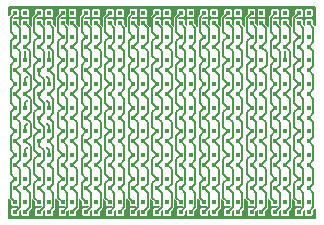
<source format=gtl>
G04 #@! TF.GenerationSoftware,KiCad,Pcbnew,9.0.1-9.0.1-0~ubuntu24.04.1*
G04 #@! TF.CreationDate,2025-05-10T10:51:42+02:00*
G04 #@! TF.ProjectId,ILM139C,494c4d31-3339-4432-9e6b-696361645f70,v0.1.0*
G04 #@! TF.SameCoordinates,Original*
G04 #@! TF.FileFunction,Copper,L1,Top*
G04 #@! TF.FilePolarity,Positive*
%FSLAX46Y46*%
G04 Gerber Fmt 4.6, Leading zero omitted, Abs format (unit mm)*
G04 Created by KiCad (PCBNEW 9.0.1-9.0.1-0~ubuntu24.04.1) date 2025-05-10 10:51:42*
%MOMM*%
%LPD*%
G01*
G04 APERTURE LIST*
G04 #@! TA.AperFunction,SMDPad,CuDef*
%ADD10R,0.450000X0.450000*%
G04 #@! TD*
G04 #@! TA.AperFunction,ViaPad*
%ADD11C,0.250000*%
G04 #@! TD*
G04 #@! TA.AperFunction,Conductor*
%ADD12C,0.127000*%
G04 #@! TD*
G04 APERTURE END LIST*
D10*
X99420000Y-57580000D03*
X99420000Y-58420000D03*
X98580000Y-58420000D03*
X98580000Y-57580000D03*
X103420000Y-51580000D03*
X103420000Y-52420000D03*
X102580000Y-52420000D03*
X102580000Y-51580000D03*
X101420000Y-61580000D03*
X101420000Y-62420000D03*
X100580000Y-62420000D03*
X100580000Y-61580000D03*
X93420000Y-61580000D03*
X93420000Y-62420000D03*
X92580000Y-62420000D03*
X92580000Y-61580000D03*
X95420000Y-61580000D03*
X95420000Y-62420000D03*
X94580000Y-62420000D03*
X94580000Y-61580000D03*
X109420000Y-65580000D03*
X109420000Y-66420000D03*
X108580000Y-66420000D03*
X108580000Y-65580000D03*
X97420000Y-67580000D03*
X97420000Y-68420000D03*
X96580000Y-68420000D03*
X96580000Y-67580000D03*
X109420000Y-67580000D03*
X109420000Y-68420000D03*
X108580000Y-68420000D03*
X108580000Y-67580000D03*
X107420000Y-51580000D03*
X107420000Y-52420000D03*
X106580000Y-52420000D03*
X106580000Y-51580000D03*
X99420000Y-53580000D03*
X99420000Y-54420000D03*
X98580000Y-54420000D03*
X98580000Y-53580000D03*
X101420000Y-57580000D03*
X101420000Y-58420000D03*
X100580000Y-58420000D03*
X100580000Y-57580000D03*
X105420000Y-55580000D03*
X105420000Y-56420000D03*
X104580000Y-56420000D03*
X104580000Y-55580000D03*
X103420000Y-63580000D03*
X103420000Y-64420000D03*
X102580000Y-64420000D03*
X102580000Y-63580000D03*
X109420000Y-63580000D03*
X109420000Y-64420000D03*
X108580000Y-64420000D03*
X108580000Y-63580000D03*
X91420000Y-51580000D03*
X91420000Y-52420000D03*
X90580000Y-52420000D03*
X90580000Y-51580000D03*
X107420000Y-57580000D03*
X107420000Y-58420000D03*
X106580000Y-58420000D03*
X106580000Y-57580000D03*
X105420000Y-67580000D03*
X105420000Y-68420000D03*
X104580000Y-68420000D03*
X104580000Y-67580000D03*
X93420000Y-65580000D03*
X93420000Y-66420000D03*
X92580000Y-66420000D03*
X92580000Y-65580000D03*
X111420000Y-61580000D03*
X111420000Y-62420000D03*
X110580000Y-62420000D03*
X110580000Y-61580000D03*
X97420000Y-57580000D03*
X97420000Y-58420000D03*
X96580000Y-58420000D03*
X96580000Y-57580000D03*
X113420000Y-57580000D03*
X113420000Y-58420000D03*
X112580000Y-58420000D03*
X112580000Y-57580000D03*
X113420000Y-65580000D03*
X113420000Y-66420000D03*
X112580000Y-66420000D03*
X112580000Y-65580000D03*
X99420000Y-65580000D03*
X99420000Y-66420000D03*
X98580000Y-66420000D03*
X98580000Y-65580000D03*
X103420000Y-65580000D03*
X103420000Y-66420000D03*
X102580000Y-66420000D03*
X102580000Y-65580000D03*
X95420000Y-51580000D03*
X95420000Y-52420000D03*
X94580000Y-52420000D03*
X94580000Y-51580000D03*
X103420000Y-67580000D03*
X103420000Y-68420000D03*
X102580000Y-68420000D03*
X102580000Y-67580000D03*
X113420000Y-55580000D03*
X113420000Y-56420000D03*
X112580000Y-56420000D03*
X112580000Y-55580000D03*
X103420000Y-59580000D03*
X103420000Y-60420000D03*
X102580000Y-60420000D03*
X102580000Y-59580000D03*
X101420000Y-51580000D03*
X101420000Y-52420000D03*
X100580000Y-52420000D03*
X100580000Y-51580000D03*
X109420000Y-57580000D03*
X109420000Y-58420000D03*
X108580000Y-58420000D03*
X108580000Y-57580000D03*
X97420000Y-53580000D03*
X97420000Y-54420000D03*
X96580000Y-54420000D03*
X96580000Y-53580000D03*
X115420000Y-55580000D03*
X115420000Y-56420000D03*
X114580000Y-56420000D03*
X114580000Y-55580000D03*
X91420000Y-55580000D03*
X91420000Y-56420000D03*
X90580000Y-56420000D03*
X90580000Y-55580000D03*
X107420000Y-59580000D03*
X107420000Y-60420000D03*
X106580000Y-60420000D03*
X106580000Y-59580000D03*
X113420000Y-59580000D03*
X113420000Y-60420000D03*
X112580000Y-60420000D03*
X112580000Y-59580000D03*
X115420000Y-67580000D03*
X115420000Y-68420000D03*
X114580000Y-68420000D03*
X114580000Y-67580000D03*
X105420000Y-59580000D03*
X105420000Y-60420000D03*
X104580000Y-60420000D03*
X104580000Y-59580000D03*
X101420000Y-59580000D03*
X101420000Y-60420000D03*
X100580000Y-60420000D03*
X100580000Y-59580000D03*
X103420000Y-61580000D03*
X103420000Y-62420000D03*
X102580000Y-62420000D03*
X102580000Y-61580000D03*
X107420000Y-63580000D03*
X107420000Y-64420000D03*
X106580000Y-64420000D03*
X106580000Y-63580000D03*
X115420000Y-61580000D03*
X115420000Y-62420000D03*
X114580000Y-62420000D03*
X114580000Y-61580000D03*
X113420000Y-61580000D03*
X113420000Y-62420000D03*
X112580000Y-62420000D03*
X112580000Y-61580000D03*
X103420000Y-55580000D03*
X103420000Y-56420000D03*
X102580000Y-56420000D03*
X102580000Y-55580000D03*
X111420000Y-55580000D03*
X111420000Y-56420000D03*
X110580000Y-56420000D03*
X110580000Y-55580000D03*
X107420000Y-55580000D03*
X107420000Y-56420000D03*
X106580000Y-56420000D03*
X106580000Y-55580000D03*
X115420000Y-53580000D03*
X115420000Y-54420000D03*
X114580000Y-54420000D03*
X114580000Y-53580000D03*
X93420000Y-63580000D03*
X93420000Y-64420000D03*
X92580000Y-64420000D03*
X92580000Y-63580000D03*
X111420000Y-53580000D03*
X111420000Y-54420000D03*
X110580000Y-54420000D03*
X110580000Y-53580000D03*
X109420000Y-55580000D03*
X109420000Y-56420000D03*
X108580000Y-56420000D03*
X108580000Y-55580000D03*
X111420000Y-59580000D03*
X111420000Y-60420000D03*
X110580000Y-60420000D03*
X110580000Y-59580000D03*
X101420000Y-63580000D03*
X101420000Y-64420000D03*
X100580000Y-64420000D03*
X100580000Y-63580000D03*
X91420000Y-53580000D03*
X91420000Y-54420000D03*
X90580000Y-54420000D03*
X90580000Y-53580000D03*
X99420000Y-61580000D03*
X99420000Y-62420000D03*
X98580000Y-62420000D03*
X98580000Y-61580000D03*
X91420000Y-65580000D03*
X91420000Y-66420000D03*
X90580000Y-66420000D03*
X90580000Y-65580000D03*
X95420000Y-53580000D03*
X95420000Y-54420000D03*
X94580000Y-54420000D03*
X94580000Y-53580000D03*
X105420000Y-63580000D03*
X105420000Y-64420000D03*
X104580000Y-64420000D03*
X104580000Y-63580000D03*
X109420000Y-61580000D03*
X109420000Y-62420000D03*
X108580000Y-62420000D03*
X108580000Y-61580000D03*
X105420000Y-61580000D03*
X105420000Y-62420000D03*
X104580000Y-62420000D03*
X104580000Y-61580000D03*
X99420000Y-55580000D03*
X99420000Y-56420000D03*
X98580000Y-56420000D03*
X98580000Y-55580000D03*
X95420000Y-63580000D03*
X95420000Y-64420000D03*
X94580000Y-64420000D03*
X94580000Y-63580000D03*
X115420000Y-65580000D03*
X115420000Y-66420000D03*
X114580000Y-66420000D03*
X114580000Y-65580000D03*
X115420000Y-63580000D03*
X115420000Y-64420000D03*
X114580000Y-64420000D03*
X114580000Y-63580000D03*
X107420000Y-61580000D03*
X107420000Y-62420000D03*
X106580000Y-62420000D03*
X106580000Y-61580000D03*
X107420000Y-53580000D03*
X107420000Y-54420000D03*
X106580000Y-54420000D03*
X106580000Y-53580000D03*
X101420000Y-53580000D03*
X101420000Y-54420000D03*
X100580000Y-54420000D03*
X100580000Y-53580000D03*
X99420000Y-51580000D03*
X99420000Y-52420000D03*
X98580000Y-52420000D03*
X98580000Y-51580000D03*
X101420000Y-65580000D03*
X101420000Y-66420000D03*
X100580000Y-66420000D03*
X100580000Y-65580000D03*
X111420000Y-63580000D03*
X111420000Y-64420000D03*
X110580000Y-64420000D03*
X110580000Y-63580000D03*
X99420000Y-67580000D03*
X99420000Y-68420000D03*
X98580000Y-68420000D03*
X98580000Y-67580000D03*
X101420000Y-67580000D03*
X101420000Y-68420000D03*
X100580000Y-68420000D03*
X100580000Y-67580000D03*
X115420000Y-59580000D03*
X115420000Y-60420000D03*
X114580000Y-60420000D03*
X114580000Y-59580000D03*
X91420000Y-63580000D03*
X91420000Y-64420000D03*
X90580000Y-64420000D03*
X90580000Y-63580000D03*
X101420000Y-55580000D03*
X101420000Y-56420000D03*
X100580000Y-56420000D03*
X100580000Y-55580000D03*
X115420000Y-51580000D03*
X115420000Y-52420000D03*
X114580000Y-52420000D03*
X114580000Y-51580000D03*
X111420000Y-65580000D03*
X111420000Y-66420000D03*
X110580000Y-66420000D03*
X110580000Y-65580000D03*
X93420000Y-51580000D03*
X93420000Y-52420000D03*
X92580000Y-52420000D03*
X92580000Y-51580000D03*
X95420000Y-59580000D03*
X95420000Y-60420000D03*
X94580000Y-60420000D03*
X94580000Y-59580000D03*
X107420000Y-67580000D03*
X107420000Y-68420000D03*
X106580000Y-68420000D03*
X106580000Y-67580000D03*
X111420000Y-57580000D03*
X111420000Y-58420000D03*
X110580000Y-58420000D03*
X110580000Y-57580000D03*
X95420000Y-67580000D03*
X95420000Y-68420000D03*
X94580000Y-68420000D03*
X94580000Y-67580000D03*
X105420000Y-65580000D03*
X105420000Y-66420000D03*
X104580000Y-66420000D03*
X104580000Y-65580000D03*
X95420000Y-55580000D03*
X95420000Y-56420000D03*
X94580000Y-56420000D03*
X94580000Y-55580000D03*
X113420000Y-53580000D03*
X113420000Y-54420000D03*
X112580000Y-54420000D03*
X112580000Y-53580000D03*
X111420000Y-67580000D03*
X111420000Y-68420000D03*
X110580000Y-68420000D03*
X110580000Y-67580000D03*
X91420000Y-59580000D03*
X91420000Y-60420000D03*
X90580000Y-60420000D03*
X90580000Y-59580000D03*
X105420000Y-51580000D03*
X105420000Y-52420000D03*
X104580000Y-52420000D03*
X104580000Y-51580000D03*
X105420000Y-57580000D03*
X105420000Y-58420000D03*
X104580000Y-58420000D03*
X104580000Y-57580000D03*
X91420000Y-67580000D03*
X91420000Y-68420000D03*
X90580000Y-68420000D03*
X90580000Y-67580000D03*
X111420000Y-51580000D03*
X111420000Y-52420000D03*
X110580000Y-52420000D03*
X110580000Y-51580000D03*
X109420000Y-53580000D03*
X109420000Y-54420000D03*
X108580000Y-54420000D03*
X108580000Y-53580000D03*
X99420000Y-59580000D03*
X99420000Y-60420000D03*
X98580000Y-60420000D03*
X98580000Y-59580000D03*
X97420000Y-51580000D03*
X97420000Y-52420000D03*
X96580000Y-52420000D03*
X96580000Y-51580000D03*
X109420000Y-51580000D03*
X109420000Y-52420000D03*
X108580000Y-52420000D03*
X108580000Y-51580000D03*
X95420000Y-65580000D03*
X95420000Y-66420000D03*
X94580000Y-66420000D03*
X94580000Y-65580000D03*
X95420000Y-57580000D03*
X95420000Y-58420000D03*
X94580000Y-58420000D03*
X94580000Y-57580000D03*
X97420000Y-55580000D03*
X97420000Y-56420000D03*
X96580000Y-56420000D03*
X96580000Y-55580000D03*
X103420000Y-57580000D03*
X103420000Y-58420000D03*
X102580000Y-58420000D03*
X102580000Y-57580000D03*
X93420000Y-53580000D03*
X93420000Y-54420000D03*
X92580000Y-54420000D03*
X92580000Y-53580000D03*
X91420000Y-61580000D03*
X91420000Y-62420000D03*
X90580000Y-62420000D03*
X90580000Y-61580000D03*
X103420000Y-53580000D03*
X103420000Y-54420000D03*
X102580000Y-54420000D03*
X102580000Y-53580000D03*
X115420000Y-57580000D03*
X115420000Y-58420000D03*
X114580000Y-58420000D03*
X114580000Y-57580000D03*
X109420000Y-59580000D03*
X109420000Y-60420000D03*
X108580000Y-60420000D03*
X108580000Y-59580000D03*
X113420000Y-63580000D03*
X113420000Y-64420000D03*
X112580000Y-64420000D03*
X112580000Y-63580000D03*
X99420000Y-63580000D03*
X99420000Y-64420000D03*
X98580000Y-64420000D03*
X98580000Y-63580000D03*
X93420000Y-59580000D03*
X93420000Y-60420000D03*
X92580000Y-60420000D03*
X92580000Y-59580000D03*
X97420000Y-59580000D03*
X97420000Y-60420000D03*
X96580000Y-60420000D03*
X96580000Y-59580000D03*
X107420000Y-65580000D03*
X107420000Y-66420000D03*
X106580000Y-66420000D03*
X106580000Y-65580000D03*
X97420000Y-65580000D03*
X97420000Y-66420000D03*
X96580000Y-66420000D03*
X96580000Y-65580000D03*
X97420000Y-63580000D03*
X97420000Y-64420000D03*
X96580000Y-64420000D03*
X96580000Y-63580000D03*
X105420000Y-53580000D03*
X105420000Y-54420000D03*
X104580000Y-54420000D03*
X104580000Y-53580000D03*
X113420000Y-51580000D03*
X113420000Y-52420000D03*
X112580000Y-52420000D03*
X112580000Y-51580000D03*
X93420000Y-55580000D03*
X93420000Y-56420000D03*
X92580000Y-56420000D03*
X92580000Y-55580000D03*
X97420000Y-61580000D03*
X97420000Y-62420000D03*
X96580000Y-62420000D03*
X96580000Y-61580000D03*
X113420000Y-67580000D03*
X113420000Y-68420000D03*
X112580000Y-68420000D03*
X112580000Y-67580000D03*
X91420000Y-57580000D03*
X91420000Y-58420000D03*
X90580000Y-58420000D03*
X90580000Y-57580000D03*
X93420000Y-67580000D03*
X93420000Y-68420000D03*
X92580000Y-68420000D03*
X92580000Y-67580000D03*
X93420000Y-57580000D03*
X93420000Y-58420000D03*
X92580000Y-58420000D03*
X92580000Y-57580000D03*
D11*
X100009500Y-68409500D03*
X106009500Y-68409500D03*
X102009500Y-51609500D03*
X98009500Y-68409500D03*
X110009500Y-51609500D03*
X112009500Y-51609500D03*
X108009500Y-51609500D03*
X98009500Y-51609500D03*
X100009500Y-51609500D03*
X94009500Y-68409500D03*
X96009500Y-68409500D03*
X94009500Y-51609500D03*
X92009500Y-51609500D03*
X104009500Y-51609500D03*
X108009500Y-68409500D03*
X114009500Y-68409500D03*
X106009500Y-51609500D03*
X114009500Y-51609500D03*
X104009500Y-68409500D03*
X112009500Y-68409500D03*
X102009500Y-68409500D03*
X110009500Y-68409500D03*
X96009500Y-51609500D03*
X92009500Y-68409500D03*
X113420000Y-51580000D03*
X103420000Y-51580000D03*
X97420000Y-51580000D03*
X107420000Y-51580000D03*
X105420000Y-51580000D03*
X109420000Y-51580000D03*
X93420000Y-51580000D03*
X115420000Y-51580000D03*
X101420000Y-51580000D03*
X91420000Y-51580000D03*
X111420000Y-51580000D03*
X95420000Y-51580000D03*
X99420000Y-51580000D03*
X105420000Y-55580000D03*
X107420000Y-55580000D03*
X93420250Y-54897002D03*
X101420000Y-55580000D03*
X103420000Y-55580000D03*
X109420000Y-55580000D03*
X111420000Y-55580000D03*
X115420000Y-55580000D03*
X113420250Y-54897002D03*
X99420000Y-55580000D03*
X97420000Y-55580000D03*
X91420250Y-54897002D03*
X95420000Y-55580000D03*
X99420000Y-59580000D03*
X111420000Y-59580000D03*
X101420000Y-59580000D03*
X103420000Y-59580000D03*
X115420000Y-59580000D03*
X91530000Y-59000000D03*
X109420000Y-59580000D03*
X95420000Y-59580000D03*
X97420000Y-59580000D03*
X93270000Y-59000000D03*
X105420000Y-59580000D03*
X107420000Y-59580000D03*
X113420000Y-59580000D03*
X107420000Y-53580000D03*
X113420000Y-53580000D03*
X103420000Y-53580000D03*
X111420000Y-53580000D03*
X93420000Y-53580000D03*
X97420000Y-53580000D03*
X99420000Y-53580000D03*
X115420000Y-53580000D03*
X91420000Y-53580000D03*
X101420000Y-53580000D03*
X95420000Y-53580000D03*
X105420000Y-53580000D03*
X109420000Y-53580000D03*
X99420000Y-63580000D03*
X91530000Y-63000000D03*
X107420000Y-63580000D03*
X93270000Y-63000000D03*
X95420000Y-63580000D03*
X111420000Y-63580000D03*
X103420000Y-63580000D03*
X115420000Y-63580000D03*
X109420000Y-63580000D03*
X113420000Y-63580000D03*
X101420000Y-63580000D03*
X97420000Y-63580000D03*
X105420000Y-63580000D03*
X97420000Y-67580000D03*
X99420000Y-67580000D03*
X111420000Y-67580000D03*
X107420000Y-67580000D03*
X95420000Y-67580000D03*
X109420000Y-67580000D03*
X93420000Y-67580000D03*
X115420000Y-67580000D03*
X91420000Y-67580000D03*
X113420000Y-67580000D03*
X105420000Y-67580000D03*
X101420000Y-67580000D03*
X103420000Y-67580000D03*
X101420000Y-57580000D03*
X107420000Y-57580000D03*
X103420000Y-57580000D03*
X113420000Y-57580000D03*
X115420000Y-57580000D03*
X97420000Y-57580000D03*
X111420000Y-57580000D03*
X105420000Y-57580000D03*
X91530000Y-57000000D03*
X99420000Y-57580000D03*
X93270000Y-57000000D03*
X109420000Y-57580000D03*
X95420000Y-57580000D03*
X99420000Y-65580000D03*
X113420000Y-65580000D03*
X97420000Y-65580000D03*
X109420000Y-65580000D03*
X107420000Y-65580000D03*
X95420000Y-65580000D03*
X101420000Y-65580000D03*
X111420000Y-65580000D03*
X93420000Y-65580000D03*
X103420000Y-65580000D03*
X91420000Y-65580000D03*
X115420000Y-65580000D03*
X105420000Y-65580000D03*
X91530000Y-61000000D03*
X105420000Y-61580000D03*
X103420000Y-61580000D03*
X109420000Y-61580000D03*
X95420000Y-61580000D03*
X101420000Y-61580000D03*
X107420000Y-61580000D03*
X111420000Y-61580000D03*
X99420000Y-61580000D03*
X97420000Y-61580000D03*
X93270000Y-61000000D03*
X115420000Y-61580000D03*
X113420000Y-61580000D03*
X90580000Y-59580000D03*
X90580000Y-58420000D03*
X91420000Y-54420000D03*
X93420000Y-52420000D03*
X92580000Y-54420000D03*
X92580000Y-57580000D03*
X95420000Y-66420000D03*
X94580000Y-62420000D03*
X94580000Y-63580000D03*
X101420000Y-64420000D03*
X100580000Y-64420000D03*
X100580000Y-57580000D03*
X99420000Y-58420000D03*
X98580000Y-58420000D03*
X98580000Y-59580000D03*
X97420000Y-60420000D03*
X96580000Y-62420000D03*
X96580000Y-63580000D03*
X107420000Y-58420000D03*
X106580000Y-60420000D03*
X106580000Y-61580000D03*
X105420000Y-62420000D03*
X104580000Y-62420000D03*
X104580000Y-61580000D03*
X103420000Y-62420000D03*
X102580000Y-62420000D03*
X102580000Y-63580000D03*
X113420000Y-56420000D03*
X112580000Y-54420000D03*
X112580000Y-53580000D03*
X111420000Y-56420000D03*
X110580000Y-56420000D03*
X110580000Y-57580000D03*
X109420000Y-58420000D03*
X108580000Y-58420000D03*
X108580000Y-59580000D03*
X115420000Y-56420000D03*
X114580000Y-52420000D03*
X114580000Y-53580000D03*
D12*
X93420000Y-55580000D02*
X93420000Y-54897252D01*
X113420000Y-55580000D02*
X113420000Y-54897252D01*
X91420000Y-54897252D02*
X91420250Y-54897002D01*
X93420000Y-54897252D02*
X93420250Y-54897002D01*
X113420000Y-54897252D02*
X113420250Y-54897002D01*
X91420000Y-55580000D02*
X91420000Y-54897252D01*
X91420000Y-59110000D02*
X91530000Y-59000000D01*
X93420000Y-59150000D02*
X93270000Y-59000000D01*
X93420000Y-59580000D02*
X93420000Y-59150000D01*
X91420000Y-59580000D02*
X91420000Y-59110000D01*
X93420000Y-63150000D02*
X93270000Y-63000000D01*
X91420000Y-63110000D02*
X91530000Y-63000000D01*
X93420000Y-63580000D02*
X93420000Y-63150000D01*
X91420000Y-63580000D02*
X91420000Y-63110000D01*
X93420000Y-57580000D02*
X93420000Y-57150000D01*
X91420000Y-57580000D02*
X91420000Y-57110000D01*
X91420000Y-57110000D02*
X91530000Y-57000000D01*
X93420000Y-57150000D02*
X93270000Y-57000000D01*
X91420000Y-61580000D02*
X91420000Y-61110000D01*
X93420000Y-61150000D02*
X93270000Y-61000000D01*
X93420000Y-61580000D02*
X93420000Y-61150000D01*
X91420000Y-61110000D02*
X91530000Y-61000000D01*
X90580000Y-61580000D02*
X90190500Y-61969500D01*
X90580000Y-63580000D02*
X90190500Y-63969500D01*
X90190500Y-63190500D02*
X90580000Y-63580000D01*
X90580000Y-65580000D02*
X90190500Y-65969500D01*
X90190500Y-59969500D02*
X90190500Y-61190500D01*
X90190500Y-53190500D02*
X90580000Y-53580000D01*
X90190500Y-61190500D02*
X90580000Y-61580000D01*
X90190500Y-53969500D02*
X90190500Y-55190500D01*
X90190500Y-61969500D02*
X90190500Y-63190500D01*
X90190500Y-67190500D02*
X90580000Y-67580000D01*
X90190500Y-57969500D02*
X90190500Y-59190500D01*
X90190500Y-55969500D02*
X90190500Y-57190500D01*
X90580000Y-51580000D02*
X90190500Y-51969500D01*
X90190500Y-65190500D02*
X90580000Y-65580000D01*
X90190500Y-59190500D02*
X90580000Y-59580000D01*
X90580000Y-53580000D02*
X90190500Y-53969500D01*
X90190500Y-57190500D02*
X90580000Y-57580000D01*
X90580000Y-57580000D02*
X90190500Y-57969500D01*
X90190500Y-55190500D02*
X90580000Y-55580000D01*
X90190500Y-63969500D02*
X90190500Y-65190500D01*
X90580000Y-59580000D02*
X90190500Y-59969500D01*
X90190500Y-51969500D02*
X90190500Y-53190500D01*
X90580000Y-55580000D02*
X90190500Y-55969500D01*
X90190500Y-65969500D02*
X90190500Y-67190500D01*
X90969500Y-60809500D02*
X90580000Y-60420000D01*
X90969500Y-62030500D02*
X90969500Y-60809500D01*
X90580000Y-66420000D02*
X90969500Y-66809500D01*
X90969500Y-60030500D02*
X90969500Y-58809500D01*
X90969500Y-62809500D02*
X90580000Y-62420000D01*
X90969500Y-64030500D02*
X90969500Y-62809500D01*
X90969500Y-58030500D02*
X90969500Y-56809500D01*
X90580000Y-56420000D02*
X90969500Y-56030500D01*
X90580000Y-64420000D02*
X90969500Y-64030500D01*
X90580000Y-66420000D02*
X90969500Y-66030500D01*
X90969500Y-54809500D02*
X90580000Y-54420000D01*
X90580000Y-54420000D02*
X90969500Y-54030500D01*
X90969500Y-56809500D02*
X90580000Y-56420000D01*
X90969500Y-66030500D02*
X90969500Y-64809500D01*
X90580000Y-58420000D02*
X90969500Y-58030500D01*
X90969500Y-58809500D02*
X90580000Y-58420000D01*
X90580000Y-60420000D02*
X90969500Y-60030500D01*
X90969500Y-52809500D02*
X90580000Y-52420000D01*
X90969500Y-68030500D02*
X90580000Y-68420000D01*
X90969500Y-66809500D02*
X90969500Y-68030500D01*
X90580000Y-62420000D02*
X90969500Y-62030500D01*
X90969500Y-56030500D02*
X90969500Y-54809500D01*
X90969500Y-54030500D02*
X90969500Y-52809500D01*
X90969500Y-64809500D02*
X90580000Y-64420000D01*
X91809500Y-66030500D02*
X91420000Y-66420000D01*
X91430126Y-58420000D02*
X91869500Y-58859374D01*
X91869500Y-62859374D02*
X91869500Y-63970500D01*
X91420000Y-58420000D02*
X91430126Y-58420000D01*
X91809500Y-66809500D02*
X91809500Y-68030500D01*
X91420000Y-54420000D02*
X91423374Y-54420000D01*
X91430126Y-60420000D02*
X91869500Y-60859374D01*
X91869500Y-63970500D02*
X91420000Y-64420000D01*
X91809500Y-68030500D02*
X91420000Y-68420000D01*
X91809500Y-54806126D02*
X91809500Y-56030500D01*
X91430126Y-56420000D02*
X91869500Y-56859374D01*
X91869500Y-58859374D02*
X91869500Y-59970500D01*
X91869500Y-56859374D02*
X91869500Y-57970500D01*
X91834500Y-54005500D02*
X91420000Y-54420000D01*
X91423374Y-54420000D02*
X91809500Y-54806126D01*
X91869500Y-57970500D02*
X91420000Y-58420000D01*
X91420000Y-60420000D02*
X91430126Y-60420000D01*
X91834500Y-52834500D02*
X91834500Y-54005500D01*
X91809500Y-56030500D02*
X91420000Y-56420000D01*
X91420000Y-56420000D02*
X91430126Y-56420000D01*
X91869500Y-60859374D02*
X91869500Y-61970500D01*
X91420000Y-64420000D02*
X91809500Y-64809500D01*
X91809500Y-64809500D02*
X91809500Y-66030500D01*
X91420000Y-62420000D02*
X91430126Y-62420000D01*
X91430126Y-62420000D02*
X91869500Y-62859374D01*
X91869500Y-59970500D02*
X91420000Y-60420000D01*
X91420000Y-52420000D02*
X91834500Y-52834500D01*
X91420000Y-66420000D02*
X91809500Y-66809500D01*
X91869500Y-61970500D02*
X91420000Y-62420000D01*
X93809500Y-56030500D02*
X93809500Y-54806126D01*
X93809500Y-60030500D02*
X93809500Y-58809500D01*
X93420000Y-68420000D02*
X93809500Y-68030500D01*
X93420000Y-66420000D02*
X93809500Y-66030500D01*
X93809500Y-64809500D02*
X93420000Y-64420000D01*
X93420000Y-60420000D02*
X93809500Y-60030500D01*
X93420000Y-54420000D02*
X93809500Y-54030500D01*
X93420000Y-56420000D02*
X93809500Y-56030500D01*
X93420000Y-64420000D02*
X93809500Y-64030500D01*
X93809500Y-62030500D02*
X93809500Y-60809500D01*
X93423374Y-54420000D02*
X93420000Y-54420000D01*
X93809500Y-54030500D02*
X93809500Y-52809500D01*
X93809500Y-54806126D02*
X93423374Y-54420000D01*
X93809500Y-66809500D02*
X93420000Y-66420000D01*
X93852250Y-56852250D02*
X93420000Y-56420000D01*
X93809500Y-64030500D02*
X93809500Y-62809500D01*
X93809500Y-68030500D02*
X93809500Y-66809500D01*
X93809500Y-52809500D02*
X93420000Y-52420000D01*
X93852250Y-57987750D02*
X93852250Y-56852250D01*
X93809500Y-58809500D02*
X93420000Y-58420000D01*
X93420000Y-58420000D02*
X93852250Y-57987750D01*
X93809500Y-66030500D02*
X93809500Y-64809500D01*
X93420000Y-62420000D02*
X93809500Y-62030500D01*
X93809500Y-62809500D02*
X93420000Y-62420000D01*
X93809500Y-60809500D02*
X93420000Y-60420000D01*
X92580000Y-58790126D02*
X92993250Y-59203376D01*
X92580000Y-54420000D02*
X92969500Y-54809500D01*
X92969500Y-64030500D02*
X92580000Y-64420000D01*
X92580000Y-60420000D02*
X92580000Y-60801000D01*
X92969500Y-68030500D02*
X92580000Y-68420000D01*
X92580000Y-62801000D02*
X92969500Y-63190500D01*
X92969500Y-66030500D02*
X92580000Y-66420000D01*
X92580000Y-56790126D02*
X92969500Y-57179626D01*
X92969500Y-61190500D02*
X92969500Y-62030500D01*
X92969500Y-54809500D02*
X92969500Y-56030500D01*
X92969500Y-56030500D02*
X92580000Y-56420000D01*
X92993250Y-59203376D02*
X92993250Y-60006750D01*
X92993250Y-60006750D02*
X92580000Y-60420000D01*
X92580000Y-62420000D02*
X92580000Y-62801000D01*
X92969500Y-57179626D02*
X92969500Y-58030500D01*
X92580000Y-52420000D02*
X92969500Y-52809500D01*
X92969500Y-62030500D02*
X92580000Y-62420000D01*
X92969500Y-58030500D02*
X92580000Y-58420000D01*
X92580000Y-58420000D02*
X92580000Y-58790126D01*
X92580000Y-56420000D02*
X92580000Y-56790126D01*
X92969500Y-66809500D02*
X92969500Y-68030500D01*
X92580000Y-60801000D02*
X92969500Y-61190500D01*
X92580000Y-66420000D02*
X92969500Y-66809500D01*
X92969500Y-54030500D02*
X92580000Y-54420000D01*
X92969500Y-64809500D02*
X92969500Y-66030500D01*
X92969500Y-52809500D02*
X92969500Y-54030500D01*
X92969500Y-63190500D02*
X92969500Y-64030500D01*
X92580000Y-64420000D02*
X92969500Y-64809500D01*
X92190500Y-61969500D02*
X92580000Y-61580000D01*
X92167250Y-59167250D02*
X92167250Y-57992750D01*
X92580000Y-61580000D02*
X92190500Y-61190500D01*
X92190500Y-59969500D02*
X92580000Y-59580000D01*
X92190500Y-65190500D02*
X92190500Y-63969500D01*
X92580000Y-59580000D02*
X92167250Y-59167250D01*
X92190500Y-61190500D02*
X92190500Y-59969500D01*
X92580000Y-57580000D02*
X92190500Y-57190500D01*
X92190500Y-57190500D02*
X92190500Y-55969500D01*
X92190500Y-55969500D02*
X92580000Y-55580000D01*
X92190500Y-55190500D02*
X92190500Y-53969500D01*
X92190500Y-53190500D02*
X92190500Y-51969500D01*
X92167250Y-57992750D02*
X92580000Y-57580000D01*
X92190500Y-63969500D02*
X92580000Y-63580000D01*
X92580000Y-67580000D02*
X92190500Y-67190500D01*
X92580000Y-53580000D02*
X92190500Y-53190500D01*
X92190500Y-65969500D02*
X92580000Y-65580000D01*
X92190500Y-53969500D02*
X92580000Y-53580000D01*
X92580000Y-63580000D02*
X92190500Y-63190500D01*
X92580000Y-65580000D02*
X92190500Y-65190500D01*
X92580000Y-55580000D02*
X92190500Y-55190500D01*
X92190500Y-63190500D02*
X92190500Y-61969500D01*
X92190500Y-67190500D02*
X92190500Y-65969500D01*
X92190500Y-51969500D02*
X92580000Y-51580000D01*
X95809500Y-62030500D02*
X95420000Y-62420000D01*
X95420000Y-58420000D02*
X95809500Y-58809500D01*
X95420000Y-64420000D02*
X95809500Y-64809500D01*
X95420000Y-56420000D02*
X95809500Y-56809500D01*
X95809500Y-54030500D02*
X95420000Y-54420000D01*
X95809500Y-56809500D02*
X95809500Y-58030500D01*
X95420000Y-62420000D02*
X95809500Y-62809500D01*
X95809500Y-58030500D02*
X95420000Y-58420000D01*
X95420000Y-66420000D02*
X95809500Y-66809500D01*
X95809500Y-66809500D02*
X95809500Y-68030500D01*
X95809500Y-54809500D02*
X95809500Y-56030500D01*
X95420000Y-60420000D02*
X95809500Y-60809500D01*
X95809500Y-60030500D02*
X95420000Y-60420000D01*
X95809500Y-66030500D02*
X95420000Y-66420000D01*
X95809500Y-56030500D02*
X95420000Y-56420000D01*
X95809500Y-62809500D02*
X95809500Y-64030500D01*
X95809500Y-64809500D02*
X95809500Y-66030500D01*
X95809500Y-64030500D02*
X95420000Y-64420000D01*
X95809500Y-52809500D02*
X95809500Y-54030500D01*
X95809500Y-60809500D02*
X95809500Y-62030500D01*
X95809500Y-68030500D02*
X95420000Y-68420000D01*
X95420000Y-52420000D02*
X95809500Y-52809500D01*
X95809500Y-58809500D02*
X95809500Y-60030500D01*
X95420000Y-54420000D02*
X95809500Y-54809500D01*
X94969500Y-62809500D02*
X94580000Y-62420000D01*
X94580000Y-60420000D02*
X94969500Y-60030500D01*
X94580000Y-56420000D02*
X94969500Y-56030500D01*
X94969500Y-54030500D02*
X94969500Y-52809500D01*
X94969500Y-66809500D02*
X94580000Y-66420000D01*
X94969500Y-52809500D02*
X94580000Y-52420000D01*
X94969500Y-62030500D02*
X94969500Y-60809500D01*
X94969500Y-56809500D02*
X94580000Y-56420000D01*
X94969500Y-66030500D02*
X94969500Y-64809500D01*
X94969500Y-60030500D02*
X94969500Y-58809500D01*
X94969500Y-68030500D02*
X94969500Y-66809500D01*
X94969500Y-56030500D02*
X94969500Y-54809500D01*
X94580000Y-66420000D02*
X94969500Y-66030500D01*
X94969500Y-54809500D02*
X94580000Y-54420000D01*
X94969500Y-60809500D02*
X94580000Y-60420000D01*
X94580000Y-62420000D02*
X94969500Y-62030500D01*
X94969500Y-58809500D02*
X94580000Y-58420000D01*
X94969500Y-58030500D02*
X94969500Y-56809500D01*
X94580000Y-68420000D02*
X94969500Y-68030500D01*
X94580000Y-54420000D02*
X94969500Y-54030500D01*
X94580000Y-58420000D02*
X94969500Y-58030500D01*
X94969500Y-64030500D02*
X94969500Y-62809500D01*
X94969500Y-64809500D02*
X94580000Y-64420000D01*
X94580000Y-64420000D02*
X94969500Y-64030500D01*
X94190500Y-53190500D02*
X94580000Y-53580000D01*
X94580000Y-55580000D02*
X94190500Y-55969500D01*
X94580000Y-65580000D02*
X94190500Y-65969500D01*
X94190500Y-61190500D02*
X94580000Y-61580000D01*
X94190500Y-53969500D02*
X94190500Y-55190500D01*
X94190500Y-61969500D02*
X94190500Y-63190500D01*
X94580000Y-57580000D02*
X94190500Y-57969500D01*
X94580000Y-61580000D02*
X94190500Y-61969500D01*
X94190500Y-57190500D02*
X94580000Y-57580000D01*
X94190500Y-67190500D02*
X94580000Y-67580000D01*
X94580000Y-53580000D02*
X94190500Y-53969500D01*
X94580000Y-63580000D02*
X94190500Y-63969500D01*
X94190500Y-65969500D02*
X94190500Y-67190500D01*
X94190500Y-63969500D02*
X94190500Y-65190500D01*
X94190500Y-51969500D02*
X94190500Y-53190500D01*
X94190500Y-59190500D02*
X94580000Y-59580000D01*
X94580000Y-59580000D02*
X94190500Y-59969500D01*
X94190500Y-57969500D02*
X94190500Y-59190500D01*
X94190500Y-59969500D02*
X94190500Y-61190500D01*
X94190500Y-55969500D02*
X94190500Y-57190500D01*
X94190500Y-63190500D02*
X94580000Y-63580000D01*
X94580000Y-51580000D02*
X94190500Y-51969500D01*
X94190500Y-65190500D02*
X94580000Y-65580000D01*
X94190500Y-55190500D02*
X94580000Y-55580000D01*
X101809500Y-54030500D02*
X101809500Y-52809500D01*
X101420000Y-56420000D02*
X101809500Y-56030500D01*
X101420000Y-58420000D02*
X101809500Y-58030500D01*
X101809500Y-66809500D02*
X101420000Y-66420000D01*
X101420000Y-62420000D02*
X101809500Y-62030500D01*
X101809500Y-66030500D02*
X101809500Y-64809500D01*
X101809500Y-68030500D02*
X101809500Y-66809500D01*
X101809500Y-52809500D02*
X101420000Y-52420000D01*
X101809500Y-54809500D02*
X101420000Y-54420000D01*
X101809500Y-62809500D02*
X101420000Y-62420000D01*
X101809500Y-58809500D02*
X101420000Y-58420000D01*
X101420000Y-60420000D02*
X101809500Y-60030500D01*
X101809500Y-56809500D02*
X101420000Y-56420000D01*
X101809500Y-60809500D02*
X101420000Y-60420000D01*
X101420000Y-66420000D02*
X101809500Y-66030500D01*
X101809500Y-60030500D02*
X101809500Y-58809500D01*
X101420000Y-54420000D02*
X101809500Y-54030500D01*
X101809500Y-62030500D02*
X101809500Y-60809500D01*
X101420000Y-68420000D02*
X101809500Y-68030500D01*
X101809500Y-64809500D02*
X101420000Y-64420000D01*
X101809500Y-64030500D02*
X101809500Y-62809500D01*
X101809500Y-58030500D02*
X101809500Y-56809500D01*
X101420000Y-64420000D02*
X101809500Y-64030500D01*
X101809500Y-56030500D02*
X101809500Y-54809500D01*
X100969500Y-64030500D02*
X100580000Y-64420000D01*
X100580000Y-64420000D02*
X100969500Y-64809500D01*
X100969500Y-66809500D02*
X100969500Y-68030500D01*
X100969500Y-60809500D02*
X100969500Y-62030500D01*
X100969500Y-54809500D02*
X100969500Y-56030500D01*
X100969500Y-62030500D02*
X100580000Y-62420000D01*
X100969500Y-58030500D02*
X100580000Y-58420000D01*
X100580000Y-54420000D02*
X100969500Y-54809500D01*
X100969500Y-54030500D02*
X100580000Y-54420000D01*
X100969500Y-60030500D02*
X100580000Y-60420000D01*
X100580000Y-52420000D02*
X100969500Y-52809500D01*
X100580000Y-56420000D02*
X100969500Y-56809500D01*
X100580000Y-58420000D02*
X100969500Y-58809500D01*
X100580000Y-66420000D02*
X100969500Y-66809500D01*
X100969500Y-58809500D02*
X100969500Y-60030500D01*
X100969500Y-52809500D02*
X100969500Y-54030500D01*
X100969500Y-56030500D02*
X100580000Y-56420000D01*
X100580000Y-60420000D02*
X100969500Y-60809500D01*
X100969500Y-66030500D02*
X100580000Y-66420000D01*
X100580000Y-62420000D02*
X100969500Y-62809500D01*
X100969500Y-56809500D02*
X100969500Y-58030500D01*
X100969500Y-64809500D02*
X100969500Y-66030500D01*
X100969500Y-62809500D02*
X100969500Y-64030500D01*
X100969500Y-68030500D02*
X100580000Y-68420000D01*
X100190500Y-61190500D02*
X100190500Y-59969500D01*
X100190500Y-57190500D02*
X100190500Y-55969500D01*
X100580000Y-55580000D02*
X100190500Y-55190500D01*
X100580000Y-59580000D02*
X100190500Y-59190500D01*
X100580000Y-57580000D02*
X100190500Y-57190500D01*
X100190500Y-63190500D02*
X100190500Y-61969500D01*
X100190500Y-59190500D02*
X100190500Y-57969500D01*
X100190500Y-65190500D02*
X100190500Y-63969500D01*
X100580000Y-61580000D02*
X100190500Y-61190500D01*
X100190500Y-61969500D02*
X100580000Y-61580000D01*
X100190500Y-55969500D02*
X100580000Y-55580000D01*
X100580000Y-67580000D02*
X100190500Y-67190500D01*
X100580000Y-63580000D02*
X100190500Y-63190500D01*
X100190500Y-63969500D02*
X100580000Y-63580000D01*
X100190500Y-53190500D02*
X100190500Y-51969500D01*
X100580000Y-53580000D02*
X100190500Y-53190500D01*
X100190500Y-55190500D02*
X100190500Y-53969500D01*
X100190500Y-59969500D02*
X100580000Y-59580000D01*
X100190500Y-51969500D02*
X100580000Y-51580000D01*
X100190500Y-53969500D02*
X100580000Y-53580000D01*
X100190500Y-67190500D02*
X100190500Y-65969500D01*
X100190500Y-57969500D02*
X100580000Y-57580000D01*
X100580000Y-65580000D02*
X100190500Y-65190500D01*
X100190500Y-65969500D02*
X100580000Y-65580000D01*
X99420000Y-66420000D02*
X99809500Y-66809500D01*
X99809500Y-58030500D02*
X99420000Y-58420000D01*
X99809500Y-54030500D02*
X99420000Y-54420000D01*
X99809500Y-60030500D02*
X99420000Y-60420000D01*
X99420000Y-58420000D02*
X99809500Y-58809500D01*
X99809500Y-54809500D02*
X99809500Y-56030500D01*
X99809500Y-66809500D02*
X99809500Y-68030500D01*
X99809500Y-62030500D02*
X99420000Y-62420000D01*
X99420000Y-54420000D02*
X99809500Y-54809500D01*
X99809500Y-52809500D02*
X99809500Y-54030500D01*
X99809500Y-62809500D02*
X99809500Y-64030500D01*
X99809500Y-68030500D02*
X99420000Y-68420000D01*
X99420000Y-60420000D02*
X99809500Y-60809500D01*
X99809500Y-66030500D02*
X99420000Y-66420000D01*
X99420000Y-56420000D02*
X99809500Y-56809500D01*
X99420000Y-52420000D02*
X99809500Y-52809500D01*
X99809500Y-60809500D02*
X99809500Y-62030500D01*
X99809500Y-56030500D02*
X99420000Y-56420000D01*
X99809500Y-64809500D02*
X99809500Y-66030500D01*
X99420000Y-62420000D02*
X99809500Y-62809500D01*
X99809500Y-58809500D02*
X99809500Y-60030500D01*
X99809500Y-64030500D02*
X99420000Y-64420000D01*
X99420000Y-64420000D02*
X99809500Y-64809500D01*
X99809500Y-56809500D02*
X99809500Y-58030500D01*
X98969500Y-64809500D02*
X98580000Y-64420000D01*
X98969500Y-56030500D02*
X98969500Y-54809500D01*
X98580000Y-56420000D02*
X98969500Y-56030500D01*
X98580000Y-68420000D02*
X98969500Y-68030500D01*
X98969500Y-56809500D02*
X98580000Y-56420000D01*
X98580000Y-66420000D02*
X98969500Y-66030500D01*
X98580000Y-62420000D02*
X98969500Y-62030500D01*
X98969500Y-60030500D02*
X98969500Y-58809500D01*
X98969500Y-54030500D02*
X98969500Y-52809500D01*
X98969500Y-66030500D02*
X98969500Y-64809500D01*
X98969500Y-62809500D02*
X98580000Y-62420000D01*
X98580000Y-54420000D02*
X98969500Y-54030500D01*
X98580000Y-58420000D02*
X98969500Y-58030500D01*
X98580000Y-64420000D02*
X98969500Y-64030500D01*
X98969500Y-58030500D02*
X98969500Y-56809500D01*
X98580000Y-60420000D02*
X98969500Y-60030500D01*
X98969500Y-62030500D02*
X98969500Y-60809500D01*
X98969500Y-54809500D02*
X98580000Y-54420000D01*
X98969500Y-52809500D02*
X98580000Y-52420000D01*
X98969500Y-60809500D02*
X98580000Y-60420000D01*
X98969500Y-64030500D02*
X98969500Y-62809500D01*
X98969500Y-66809500D02*
X98580000Y-66420000D01*
X98969500Y-58809500D02*
X98580000Y-58420000D01*
X98969500Y-68030500D02*
X98969500Y-66809500D01*
X98190500Y-51969500D02*
X98190500Y-53190500D01*
X98190500Y-63969500D02*
X98190500Y-65190500D01*
X98580000Y-57580000D02*
X98190500Y-57969500D01*
X98190500Y-65969500D02*
X98190500Y-67190500D01*
X98190500Y-57969500D02*
X98190500Y-59190500D01*
X98190500Y-59969500D02*
X98190500Y-61190500D01*
X98190500Y-53969500D02*
X98190500Y-55190500D01*
X98190500Y-55190500D02*
X98580000Y-55580000D01*
X98580000Y-53580000D02*
X98190500Y-53969500D01*
X98580000Y-61580000D02*
X98190500Y-61969500D01*
X98580000Y-65580000D02*
X98190500Y-65969500D01*
X98190500Y-61969500D02*
X98190500Y-63190500D01*
X98190500Y-53190500D02*
X98580000Y-53580000D01*
X98580000Y-63580000D02*
X98190500Y-63969500D01*
X98190500Y-55969500D02*
X98190500Y-57190500D01*
X98190500Y-63190500D02*
X98580000Y-63580000D01*
X98190500Y-57190500D02*
X98580000Y-57580000D01*
X98190500Y-59190500D02*
X98580000Y-59580000D01*
X98190500Y-61190500D02*
X98580000Y-61580000D01*
X98580000Y-59580000D02*
X98190500Y-59969500D01*
X98190500Y-65190500D02*
X98580000Y-65580000D01*
X98580000Y-51580000D02*
X98190500Y-51969500D01*
X98190500Y-67190500D02*
X98580000Y-67580000D01*
X98580000Y-55580000D02*
X98190500Y-55969500D01*
X97809500Y-54030500D02*
X97420000Y-54420000D01*
X97420000Y-58420000D02*
X97809500Y-58809500D01*
X97420000Y-60420000D02*
X97809500Y-60809500D01*
X97809500Y-56809500D02*
X97809500Y-58030500D01*
X97420000Y-54420000D02*
X97809500Y-54809500D01*
X97809500Y-66809500D02*
X97809500Y-68030500D01*
X97809500Y-56030500D02*
X97420000Y-56420000D01*
X97809500Y-66030500D02*
X97420000Y-66420000D01*
X97809500Y-64809500D02*
X97809500Y-66030500D01*
X97809500Y-58030500D02*
X97420000Y-58420000D01*
X97420000Y-62420000D02*
X97809500Y-62809500D01*
X97420000Y-52420000D02*
X97809500Y-52809500D01*
X97809500Y-58809500D02*
X97809500Y-60030500D01*
X97809500Y-60809500D02*
X97809500Y-62030500D01*
X97420000Y-66420000D02*
X97809500Y-66809500D01*
X97809500Y-54809500D02*
X97809500Y-56030500D01*
X97420000Y-56420000D02*
X97809500Y-56809500D01*
X97809500Y-52809500D02*
X97809500Y-54030500D01*
X97809500Y-60030500D02*
X97420000Y-60420000D01*
X97809500Y-68030500D02*
X97420000Y-68420000D01*
X97809500Y-64030500D02*
X97420000Y-64420000D01*
X97809500Y-62809500D02*
X97809500Y-64030500D01*
X97420000Y-64420000D02*
X97809500Y-64809500D01*
X97809500Y-62030500D02*
X97420000Y-62420000D01*
X96969500Y-54809500D02*
X96580000Y-54420000D01*
X96969500Y-60030500D02*
X96969500Y-58809500D01*
X96969500Y-58030500D02*
X96969500Y-56809500D01*
X96580000Y-58420000D02*
X96969500Y-58030500D01*
X96580000Y-54420000D02*
X96969500Y-54030500D01*
X96580000Y-66420000D02*
X96969500Y-66030500D01*
X96580000Y-60420000D02*
X96969500Y-60030500D01*
X96969500Y-56809500D02*
X96580000Y-56420000D01*
X96969500Y-66030500D02*
X96969500Y-64809500D01*
X96969500Y-56030500D02*
X96969500Y-54809500D01*
X96969500Y-60809500D02*
X96580000Y-60420000D01*
X96969500Y-64030500D02*
X96969500Y-62809500D01*
X96969500Y-54030500D02*
X96969500Y-52809500D01*
X96580000Y-68420000D02*
X96969500Y-68030500D01*
X96580000Y-56420000D02*
X96969500Y-56030500D01*
X96969500Y-64809500D02*
X96580000Y-64420000D01*
X96969500Y-62030500D02*
X96969500Y-60809500D01*
X96580000Y-64420000D02*
X96969500Y-64030500D01*
X96969500Y-68030500D02*
X96969500Y-66809500D01*
X96969500Y-66809500D02*
X96580000Y-66420000D01*
X96969500Y-52809500D02*
X96580000Y-52420000D01*
X96969500Y-58809500D02*
X96580000Y-58420000D01*
X96580000Y-62420000D02*
X96969500Y-62030500D01*
X96969500Y-62809500D02*
X96580000Y-62420000D01*
X96190500Y-65190500D02*
X96580000Y-65580000D01*
X96190500Y-53969500D02*
X96190500Y-55190500D01*
X96190500Y-53190500D02*
X96580000Y-53580000D01*
X96190500Y-67190500D02*
X96580000Y-67580000D01*
X96190500Y-61969500D02*
X96190500Y-63190500D01*
X96580000Y-63580000D02*
X96190500Y-63969500D01*
X96190500Y-59969500D02*
X96190500Y-61190500D01*
X96190500Y-61190500D02*
X96580000Y-61580000D01*
X96190500Y-59190500D02*
X96580000Y-59580000D01*
X96190500Y-55190500D02*
X96580000Y-55580000D01*
X96580000Y-61580000D02*
X96190500Y-61969500D01*
X96580000Y-53580000D02*
X96190500Y-53969500D01*
X96190500Y-51969500D02*
X96190500Y-53190500D01*
X96580000Y-57580000D02*
X96190500Y-57969500D01*
X96190500Y-57969500D02*
X96190500Y-59190500D01*
X96190500Y-55969500D02*
X96190500Y-57190500D01*
X96580000Y-55580000D02*
X96190500Y-55969500D01*
X96190500Y-63969500D02*
X96190500Y-65190500D01*
X96190500Y-65969500D02*
X96190500Y-67190500D01*
X96580000Y-51580000D02*
X96190500Y-51969500D01*
X96580000Y-65580000D02*
X96190500Y-65969500D01*
X96580000Y-59580000D02*
X96190500Y-59969500D01*
X96190500Y-57190500D02*
X96580000Y-57580000D01*
X96190500Y-63190500D02*
X96580000Y-63580000D01*
X107809500Y-64030500D02*
X107420000Y-64420000D01*
X107420000Y-62420000D02*
X107809500Y-62809500D01*
X107809500Y-64809500D02*
X107809500Y-66030500D01*
X107809500Y-60809500D02*
X107809500Y-62030500D01*
X107809500Y-54809500D02*
X107809500Y-56030500D01*
X107809500Y-58030500D02*
X107420000Y-58420000D01*
X107809500Y-62809500D02*
X107809500Y-64030500D01*
X107809500Y-66809500D02*
X107809500Y-68030500D01*
X107809500Y-58809500D02*
X107809500Y-60030500D01*
X107420000Y-66420000D02*
X107809500Y-66809500D01*
X107420000Y-58420000D02*
X107809500Y-58809500D01*
X107420000Y-64420000D02*
X107809500Y-64809500D01*
X107809500Y-52809500D02*
X107809500Y-54030500D01*
X107809500Y-66030500D02*
X107420000Y-66420000D01*
X107809500Y-56030500D02*
X107420000Y-56420000D01*
X107809500Y-60030500D02*
X107420000Y-60420000D01*
X107420000Y-60420000D02*
X107809500Y-60809500D01*
X107809500Y-62030500D02*
X107420000Y-62420000D01*
X107420000Y-54420000D02*
X107809500Y-54809500D01*
X107809500Y-68030500D02*
X107420000Y-68420000D01*
X107420000Y-52420000D02*
X107809500Y-52809500D01*
X107420000Y-56420000D02*
X107809500Y-56809500D01*
X107809500Y-54030500D02*
X107420000Y-54420000D01*
X107809500Y-56809500D02*
X107809500Y-58030500D01*
X106969500Y-64809500D02*
X106580000Y-64420000D01*
X106969500Y-68030500D02*
X106969500Y-66809500D01*
X106580000Y-60420000D02*
X106969500Y-60030500D01*
X106580000Y-56420000D02*
X106969500Y-56030500D01*
X106580000Y-58420000D02*
X106969500Y-58030500D01*
X106969500Y-66809500D02*
X106580000Y-66420000D01*
X106969500Y-66030500D02*
X106969500Y-64809500D01*
X106580000Y-62420000D02*
X106969500Y-62030500D01*
X106969500Y-56809500D02*
X106580000Y-56420000D01*
X106969500Y-58809500D02*
X106580000Y-58420000D01*
X106969500Y-54809500D02*
X106580000Y-54420000D01*
X106580000Y-54420000D02*
X106969500Y-54030500D01*
X106580000Y-64420000D02*
X106969500Y-64030500D01*
X106969500Y-54030500D02*
X106969500Y-52809500D01*
X106969500Y-52809500D02*
X106580000Y-52420000D01*
X106969500Y-58030500D02*
X106969500Y-56809500D01*
X106969500Y-56030500D02*
X106969500Y-54809500D01*
X106580000Y-68420000D02*
X106969500Y-68030500D01*
X106969500Y-64030500D02*
X106969500Y-62809500D01*
X106969500Y-60030500D02*
X106969500Y-58809500D01*
X106969500Y-62030500D02*
X106969500Y-60809500D01*
X106969500Y-62809500D02*
X106580000Y-62420000D01*
X106580000Y-66420000D02*
X106969500Y-66030500D01*
X106969500Y-60809500D02*
X106580000Y-60420000D01*
X106190500Y-55190500D02*
X106580000Y-55580000D01*
X106190500Y-61969500D02*
X106190500Y-63190500D01*
X106190500Y-63969500D02*
X106190500Y-65190500D01*
X106580000Y-65580000D02*
X106190500Y-65969500D01*
X106580000Y-61580000D02*
X106190500Y-61969500D01*
X106190500Y-67190500D02*
X106580000Y-67580000D01*
X106190500Y-59969500D02*
X106190500Y-61190500D01*
X106190500Y-57190500D02*
X106580000Y-57580000D01*
X106580000Y-55580000D02*
X106190500Y-55969500D01*
X106190500Y-65190500D02*
X106580000Y-65580000D01*
X106190500Y-57969500D02*
X106190500Y-59190500D01*
X106190500Y-51969500D02*
X106190500Y-53190500D01*
X106580000Y-57580000D02*
X106190500Y-57969500D01*
X106190500Y-65969500D02*
X106190500Y-67190500D01*
X106190500Y-61190500D02*
X106580000Y-61580000D01*
X106190500Y-59190500D02*
X106580000Y-59580000D01*
X106190500Y-63190500D02*
X106580000Y-63580000D01*
X106190500Y-55969500D02*
X106190500Y-57190500D01*
X106580000Y-53580000D02*
X106190500Y-53969500D01*
X106190500Y-53190500D02*
X106580000Y-53580000D01*
X106580000Y-63580000D02*
X106190500Y-63969500D01*
X106580000Y-51580000D02*
X106190500Y-51969500D01*
X106580000Y-59580000D02*
X106190500Y-59969500D01*
X106190500Y-53969500D02*
X106190500Y-55190500D01*
X105809500Y-60809500D02*
X105420000Y-60420000D01*
X105809500Y-66809500D02*
X105420000Y-66420000D01*
X105809500Y-54030500D02*
X105809500Y-52809500D01*
X105809500Y-56809500D02*
X105420000Y-56420000D01*
X105809500Y-64030500D02*
X105809500Y-62809500D01*
X105809500Y-60030500D02*
X105809500Y-58809500D01*
X105809500Y-66030500D02*
X105809500Y-64809500D01*
X105420000Y-68420000D02*
X105809500Y-68030500D01*
X105420000Y-62420000D02*
X105809500Y-62030500D01*
X105809500Y-62030500D02*
X105809500Y-60809500D01*
X105420000Y-66420000D02*
X105809500Y-66030500D01*
X105809500Y-54809500D02*
X105420000Y-54420000D01*
X105420000Y-54420000D02*
X105809500Y-54030500D01*
X105809500Y-62809500D02*
X105420000Y-62420000D01*
X105809500Y-52809500D02*
X105420000Y-52420000D01*
X105809500Y-58809500D02*
X105420000Y-58420000D01*
X105420000Y-60420000D02*
X105809500Y-60030500D01*
X105809500Y-56030500D02*
X105809500Y-54809500D01*
X105420000Y-58420000D02*
X105809500Y-58030500D01*
X105809500Y-68030500D02*
X105809500Y-66809500D01*
X105420000Y-64420000D02*
X105809500Y-64030500D01*
X105420000Y-56420000D02*
X105809500Y-56030500D01*
X105809500Y-58030500D02*
X105809500Y-56809500D01*
X105809500Y-64809500D02*
X105420000Y-64420000D01*
X104580000Y-54420000D02*
X104969500Y-54809500D01*
X104580000Y-60420000D02*
X104969500Y-60809500D01*
X104969500Y-66809500D02*
X104969500Y-68030500D01*
X104580000Y-56420000D02*
X104969500Y-56809500D01*
X104969500Y-58030500D02*
X104580000Y-58420000D01*
X104969500Y-66030500D02*
X104580000Y-66420000D01*
X104969500Y-62809500D02*
X104969500Y-64030500D01*
X104969500Y-60030500D02*
X104580000Y-60420000D01*
X104969500Y-58809500D02*
X104969500Y-60030500D01*
X104580000Y-58420000D02*
X104969500Y-58809500D01*
X104969500Y-54809500D02*
X104969500Y-56030500D01*
X104969500Y-52809500D02*
X104969500Y-54030500D01*
X104580000Y-66420000D02*
X104969500Y-66809500D01*
X104969500Y-62030500D02*
X104580000Y-62420000D01*
X104969500Y-64030500D02*
X104580000Y-64420000D01*
X104580000Y-64420000D02*
X104969500Y-64809500D01*
X104580000Y-52420000D02*
X104969500Y-52809500D01*
X104580000Y-62420000D02*
X104969500Y-62809500D01*
X104969500Y-54030500D02*
X104580000Y-54420000D01*
X104969500Y-68030500D02*
X104580000Y-68420000D01*
X104969500Y-64809500D02*
X104969500Y-66030500D01*
X104969500Y-56809500D02*
X104969500Y-58030500D01*
X104969500Y-56030500D02*
X104580000Y-56420000D01*
X104969500Y-60809500D02*
X104969500Y-62030500D01*
X104580000Y-55580000D02*
X104190500Y-55190500D01*
X104190500Y-65969500D02*
X104580000Y-65580000D01*
X104190500Y-51969500D02*
X104580000Y-51580000D01*
X104190500Y-59969500D02*
X104580000Y-59580000D01*
X104190500Y-61969500D02*
X104580000Y-61580000D01*
X104580000Y-63580000D02*
X104190500Y-63190500D01*
X104190500Y-55190500D02*
X104190500Y-53969500D01*
X104580000Y-65580000D02*
X104190500Y-65190500D01*
X104190500Y-67190500D02*
X104190500Y-65969500D01*
X104580000Y-53580000D02*
X104190500Y-53190500D01*
X104190500Y-53969500D02*
X104580000Y-53580000D01*
X104580000Y-57580000D02*
X104190500Y-57190500D01*
X104190500Y-65190500D02*
X104190500Y-63969500D01*
X104580000Y-59580000D02*
X104190500Y-59190500D01*
X104190500Y-63969500D02*
X104580000Y-63580000D01*
X104190500Y-63190500D02*
X104190500Y-61969500D01*
X104580000Y-67580000D02*
X104190500Y-67190500D01*
X104190500Y-53190500D02*
X104190500Y-51969500D01*
X104190500Y-61190500D02*
X104190500Y-59969500D01*
X104190500Y-59190500D02*
X104190500Y-57969500D01*
X104190500Y-57190500D02*
X104190500Y-55969500D01*
X104190500Y-55969500D02*
X104580000Y-55580000D01*
X104190500Y-57969500D02*
X104580000Y-57580000D01*
X104580000Y-61580000D02*
X104190500Y-61190500D01*
X103809500Y-60809500D02*
X103809500Y-62030500D01*
X103809500Y-64809500D02*
X103809500Y-66030500D01*
X103809500Y-64030500D02*
X103420000Y-64420000D01*
X103420000Y-60420000D02*
X103809500Y-60809500D01*
X103420000Y-58420000D02*
X103809500Y-58809500D01*
X103420000Y-52420000D02*
X103809500Y-52809500D01*
X103420000Y-54420000D02*
X103809500Y-54809500D01*
X103420000Y-56420000D02*
X103809500Y-56809500D01*
X103809500Y-56809500D02*
X103809500Y-58030500D01*
X103420000Y-66420000D02*
X103809500Y-66809500D01*
X103809500Y-62809500D02*
X103809500Y-64030500D01*
X103809500Y-58809500D02*
X103809500Y-60030500D01*
X103420000Y-62420000D02*
X103809500Y-62809500D01*
X103809500Y-66809500D02*
X103809500Y-68030500D01*
X103809500Y-62030500D02*
X103420000Y-62420000D01*
X103809500Y-56030500D02*
X103420000Y-56420000D01*
X103420000Y-64420000D02*
X103809500Y-64809500D01*
X103809500Y-68030500D02*
X103420000Y-68420000D01*
X103809500Y-60030500D02*
X103420000Y-60420000D01*
X103809500Y-54030500D02*
X103420000Y-54420000D01*
X103809500Y-52809500D02*
X103809500Y-54030500D01*
X103809500Y-54809500D02*
X103809500Y-56030500D01*
X103809500Y-58030500D02*
X103420000Y-58420000D01*
X103809500Y-66030500D02*
X103420000Y-66420000D01*
X102969500Y-64030500D02*
X102969500Y-62809500D01*
X102969500Y-52809500D02*
X102580000Y-52420000D01*
X102969500Y-64809500D02*
X102580000Y-64420000D01*
X102969500Y-56809500D02*
X102580000Y-56420000D01*
X102969500Y-54809500D02*
X102580000Y-54420000D01*
X102969500Y-66809500D02*
X102580000Y-66420000D01*
X102969500Y-60030500D02*
X102969500Y-58809500D01*
X102580000Y-58420000D02*
X102969500Y-58030500D01*
X102969500Y-62809500D02*
X102580000Y-62420000D01*
X102580000Y-56420000D02*
X102969500Y-56030500D01*
X102580000Y-54420000D02*
X102969500Y-54030500D01*
X102969500Y-58809500D02*
X102580000Y-58420000D01*
X102969500Y-62030500D02*
X102969500Y-60809500D01*
X102580000Y-60420000D02*
X102969500Y-60030500D01*
X102969500Y-58030500D02*
X102969500Y-56809500D01*
X102969500Y-68030500D02*
X102969500Y-66809500D01*
X102969500Y-54030500D02*
X102969500Y-52809500D01*
X102580000Y-64420000D02*
X102969500Y-64030500D01*
X102969500Y-56030500D02*
X102969500Y-54809500D01*
X102580000Y-62420000D02*
X102969500Y-62030500D01*
X102580000Y-66420000D02*
X102969500Y-66030500D01*
X102580000Y-68420000D02*
X102969500Y-68030500D01*
X102969500Y-60809500D02*
X102580000Y-60420000D01*
X102969500Y-66030500D02*
X102969500Y-64809500D01*
X102190500Y-61969500D02*
X102190500Y-63190500D01*
X102190500Y-63969500D02*
X102190500Y-65190500D01*
X102190500Y-55969500D02*
X102190500Y-57190500D01*
X102580000Y-53580000D02*
X102190500Y-53969500D01*
X102580000Y-65580000D02*
X102190500Y-65969500D01*
X102190500Y-61190500D02*
X102580000Y-61580000D01*
X102190500Y-53190500D02*
X102580000Y-53580000D01*
X102190500Y-65190500D02*
X102580000Y-65580000D01*
X102580000Y-55580000D02*
X102190500Y-55969500D01*
X102580000Y-51580000D02*
X102190500Y-51969500D01*
X102190500Y-63190500D02*
X102580000Y-63580000D01*
X102580000Y-63580000D02*
X102190500Y-63969500D01*
X102190500Y-59969500D02*
X102190500Y-61190500D01*
X102190500Y-53969500D02*
X102190500Y-55190500D01*
X102190500Y-55190500D02*
X102580000Y-55580000D01*
X102580000Y-57580000D02*
X102190500Y-57969500D01*
X102190500Y-65969500D02*
X102190500Y-67190500D01*
X102580000Y-59580000D02*
X102190500Y-59969500D01*
X102190500Y-59190500D02*
X102580000Y-59580000D01*
X102190500Y-51969500D02*
X102190500Y-53190500D01*
X102190500Y-57969500D02*
X102190500Y-59190500D01*
X102580000Y-61580000D02*
X102190500Y-61969500D01*
X102190500Y-57190500D02*
X102580000Y-57580000D01*
X102190500Y-67190500D02*
X102580000Y-67580000D01*
X113809500Y-56809500D02*
X113420000Y-56420000D01*
X113809500Y-62809500D02*
X113420000Y-62420000D01*
X113809500Y-64809500D02*
X113420000Y-64420000D01*
X113420000Y-66420000D02*
X113809500Y-66030500D01*
X113809500Y-54030500D02*
X113809500Y-52809500D01*
X113809500Y-52809500D02*
X113420000Y-52420000D01*
X113420000Y-68420000D02*
X113809500Y-68030500D01*
X113420000Y-58420000D02*
X113809500Y-58030500D01*
X113420000Y-54420000D02*
X113809500Y-54030500D01*
X113420000Y-62420000D02*
X113809500Y-62030500D01*
X113420000Y-64420000D02*
X113809500Y-64030500D01*
X113809500Y-56030500D02*
X113809500Y-54806126D01*
X113809500Y-66030500D02*
X113809500Y-64809500D01*
X113809500Y-64030500D02*
X113809500Y-62809500D01*
X113809500Y-54806126D02*
X113423374Y-54420000D01*
X113420000Y-56420000D02*
X113809500Y-56030500D01*
X113809500Y-60030500D02*
X113809500Y-58809500D01*
X113809500Y-60809500D02*
X113420000Y-60420000D01*
X113809500Y-58809500D02*
X113420000Y-58420000D01*
X113809500Y-58030500D02*
X113809500Y-56809500D01*
X113420000Y-60420000D02*
X113809500Y-60030500D01*
X113809500Y-62030500D02*
X113809500Y-60809500D01*
X113423374Y-54420000D02*
X113420000Y-54420000D01*
X113809500Y-66809500D02*
X113420000Y-66420000D01*
X113809500Y-68030500D02*
X113809500Y-66809500D01*
X112580000Y-52420000D02*
X112969500Y-52809500D01*
X112580000Y-58420000D02*
X112969500Y-58809500D01*
X112969500Y-62809500D02*
X112969500Y-64030500D01*
X112969500Y-58809500D02*
X112969500Y-60030500D01*
X112580000Y-62420000D02*
X112969500Y-62809500D01*
X112969500Y-60030500D02*
X112580000Y-60420000D01*
X112969500Y-54809500D02*
X112969500Y-56030500D01*
X112969500Y-64809500D02*
X112969500Y-66030500D01*
X112580000Y-60420000D02*
X112969500Y-60809500D01*
X112969500Y-66030500D02*
X112580000Y-66420000D01*
X112969500Y-56809500D02*
X112969500Y-58030500D01*
X112580000Y-56420000D02*
X112969500Y-56809500D01*
X112580000Y-54420000D02*
X112969500Y-54809500D01*
X112580000Y-64420000D02*
X112969500Y-64809500D01*
X112969500Y-54030500D02*
X112580000Y-54420000D01*
X112969500Y-66809500D02*
X112969500Y-68030500D01*
X112969500Y-56030500D02*
X112580000Y-56420000D01*
X112969500Y-62030500D02*
X112580000Y-62420000D01*
X112969500Y-60809500D02*
X112969500Y-62030500D01*
X112969500Y-58030500D02*
X112580000Y-58420000D01*
X112969500Y-68030500D02*
X112580000Y-68420000D01*
X112580000Y-66420000D02*
X112969500Y-66809500D01*
X112969500Y-64030500D02*
X112580000Y-64420000D01*
X112969500Y-52809500D02*
X112969500Y-54030500D01*
X112190500Y-65969500D02*
X112580000Y-65580000D01*
X112580000Y-59580000D02*
X112190500Y-59190500D01*
X112580000Y-65580000D02*
X112190500Y-65190500D01*
X112190500Y-63190500D02*
X112190500Y-61969500D01*
X112580000Y-55580000D02*
X112190500Y-55190500D01*
X112580000Y-57580000D02*
X112190500Y-57190500D01*
X112190500Y-65190500D02*
X112190500Y-63969500D01*
X112190500Y-55969500D02*
X112580000Y-55580000D01*
X112190500Y-67190500D02*
X112190500Y-65969500D01*
X112580000Y-67580000D02*
X112190500Y-67190500D01*
X112190500Y-61969500D02*
X112580000Y-61580000D01*
X112190500Y-57190500D02*
X112190500Y-55969500D01*
X112190500Y-59969500D02*
X112580000Y-59580000D01*
X112190500Y-57969500D02*
X112580000Y-57580000D01*
X112190500Y-55190500D02*
X112190500Y-53969500D01*
X112580000Y-63580000D02*
X112190500Y-63190500D01*
X112190500Y-59190500D02*
X112190500Y-57969500D01*
X112190500Y-63969500D02*
X112580000Y-63580000D01*
X112190500Y-53190500D02*
X112190500Y-51969500D01*
X112190500Y-61190500D02*
X112190500Y-59969500D01*
X112580000Y-53580000D02*
X112190500Y-53190500D01*
X112190500Y-51969500D02*
X112580000Y-51580000D01*
X112190500Y-53969500D02*
X112580000Y-53580000D01*
X112580000Y-61580000D02*
X112190500Y-61190500D01*
X111809500Y-58030500D02*
X111420000Y-58420000D01*
X111809500Y-62030500D02*
X111420000Y-62420000D01*
X111420000Y-56420000D02*
X111809500Y-56809500D01*
X111420000Y-54420000D02*
X111850250Y-54850250D01*
X111420000Y-58420000D02*
X111809500Y-58809500D01*
X111809500Y-64809500D02*
X111809500Y-66030500D01*
X111809500Y-60809500D02*
X111809500Y-62030500D01*
X111809500Y-60030500D02*
X111420000Y-60420000D01*
X111809500Y-52809500D02*
X111809500Y-54030500D01*
X111850250Y-54850250D02*
X111850250Y-55989750D01*
X111420000Y-64420000D02*
X111809500Y-64809500D01*
X111809500Y-68030500D02*
X111420000Y-68420000D01*
X111809500Y-64030500D02*
X111420000Y-64420000D01*
X111809500Y-66809500D02*
X111809500Y-68030500D01*
X111809500Y-58809500D02*
X111809500Y-60030500D01*
X111809500Y-62809500D02*
X111809500Y-64030500D01*
X111809500Y-66030500D02*
X111420000Y-66420000D01*
X111850250Y-55989750D02*
X111420000Y-56420000D01*
X111420000Y-66420000D02*
X111809500Y-66809500D01*
X111809500Y-54030500D02*
X111420000Y-54420000D01*
X111420000Y-60420000D02*
X111809500Y-60809500D01*
X111420000Y-52420000D02*
X111809500Y-52809500D01*
X111809500Y-56809500D02*
X111809500Y-58030500D01*
X111420000Y-62420000D02*
X111809500Y-62809500D01*
X110580000Y-68420000D02*
X110969500Y-68030500D01*
X110969500Y-66809500D02*
X110580000Y-66420000D01*
X110969500Y-54809500D02*
X110580000Y-54420000D01*
X110969500Y-68030500D02*
X110969500Y-66809500D01*
X110969500Y-52809500D02*
X110580000Y-52420000D01*
X110580000Y-60420000D02*
X110969500Y-60030500D01*
X110969500Y-54030500D02*
X110969500Y-52809500D01*
X110969500Y-60030500D02*
X110969500Y-58809500D01*
X110969500Y-66030500D02*
X110969500Y-64809500D01*
X110969500Y-64030500D02*
X110969500Y-62809500D01*
X110580000Y-62420000D02*
X110969500Y-62030500D01*
X110580000Y-66420000D02*
X110969500Y-66030500D01*
X110969500Y-62030500D02*
X110969500Y-60809500D01*
X110969500Y-56030500D02*
X110969500Y-54809500D01*
X110969500Y-56809500D02*
X110580000Y-56420000D01*
X110580000Y-56420000D02*
X110969500Y-56030500D01*
X110580000Y-64420000D02*
X110969500Y-64030500D01*
X110969500Y-58809500D02*
X110580000Y-58420000D01*
X110580000Y-58420000D02*
X110969500Y-58030500D01*
X110969500Y-64809500D02*
X110580000Y-64420000D01*
X110580000Y-54420000D02*
X110969500Y-54030500D01*
X110969500Y-62809500D02*
X110580000Y-62420000D01*
X110969500Y-60809500D02*
X110580000Y-60420000D01*
X110969500Y-58030500D02*
X110969500Y-56809500D01*
X110190500Y-55190500D02*
X110580000Y-55580000D01*
X110190500Y-57969500D02*
X110190500Y-59190500D01*
X110190500Y-63969500D02*
X110190500Y-65190500D01*
X110580000Y-53580000D02*
X110190500Y-53969500D01*
X110190500Y-65969500D02*
X110190500Y-67190500D01*
X110190500Y-53969500D02*
X110190500Y-55190500D01*
X110190500Y-61190500D02*
X110580000Y-61580000D01*
X110580000Y-59580000D02*
X110190500Y-59969500D01*
X110580000Y-57580000D02*
X110190500Y-57969500D01*
X110190500Y-65190500D02*
X110580000Y-65580000D01*
X110190500Y-53190500D02*
X110580000Y-53580000D01*
X110190500Y-55969500D02*
X110190500Y-57190500D01*
X110190500Y-59190500D02*
X110580000Y-59580000D01*
X110580000Y-51580000D02*
X110190500Y-51969500D01*
X110190500Y-59969500D02*
X110190500Y-61190500D01*
X110580000Y-55580000D02*
X110190500Y-55969500D01*
X110190500Y-51969500D02*
X110190500Y-53190500D01*
X110190500Y-61969500D02*
X110190500Y-63190500D01*
X110580000Y-63580000D02*
X110190500Y-63969500D01*
X110190500Y-57190500D02*
X110580000Y-57580000D01*
X110190500Y-63190500D02*
X110580000Y-63580000D01*
X110190500Y-67190500D02*
X110580000Y-67580000D01*
X110580000Y-61580000D02*
X110190500Y-61969500D01*
X110580000Y-65580000D02*
X110190500Y-65969500D01*
X109420000Y-64420000D02*
X109809500Y-64030500D01*
X109420000Y-54420000D02*
X109809500Y-54030500D01*
X109420000Y-58420000D02*
X109809500Y-58030500D01*
X109809500Y-60030500D02*
X109809500Y-58809500D01*
X109809500Y-64809500D02*
X109420000Y-64420000D01*
X109809500Y-54809500D02*
X109420000Y-54420000D01*
X109809500Y-58030500D02*
X109809500Y-56809500D01*
X109809500Y-64030500D02*
X109809500Y-62809500D01*
X109809500Y-60809500D02*
X109420000Y-60420000D01*
X109809500Y-62809500D02*
X109420000Y-62420000D01*
X109809500Y-62030500D02*
X109809500Y-60809500D01*
X109809500Y-66030500D02*
X109809500Y-64809500D01*
X109809500Y-56809500D02*
X109420000Y-56420000D01*
X109809500Y-66809500D02*
X109420000Y-66420000D01*
X109420000Y-68420000D02*
X109809500Y-68030500D01*
X109420000Y-62420000D02*
X109809500Y-62030500D01*
X109809500Y-56030500D02*
X109809500Y-54809500D01*
X109809500Y-52809500D02*
X109420000Y-52420000D01*
X109809500Y-58809500D02*
X109420000Y-58420000D01*
X109420000Y-56420000D02*
X109809500Y-56030500D01*
X109809500Y-54030500D02*
X109809500Y-52809500D01*
X109420000Y-60420000D02*
X109809500Y-60030500D01*
X109420000Y-66420000D02*
X109809500Y-66030500D01*
X109809500Y-68030500D02*
X109809500Y-66809500D01*
X108580000Y-56420000D02*
X108969500Y-56809500D01*
X108969500Y-58030500D02*
X108580000Y-58420000D01*
X108580000Y-52420000D02*
X108969500Y-52809500D01*
X108969500Y-60030500D02*
X108580000Y-60420000D01*
X108969500Y-66030500D02*
X108580000Y-66420000D01*
X108969500Y-62809500D02*
X108969500Y-64030500D01*
X108969500Y-64030500D02*
X108580000Y-64420000D01*
X108969500Y-68030500D02*
X108580000Y-68420000D01*
X108580000Y-58420000D02*
X108969500Y-58809500D01*
X108969500Y-66809500D02*
X108969500Y-68030500D01*
X108580000Y-54420000D02*
X108969500Y-54809500D01*
X108580000Y-66420000D02*
X108969500Y-66809500D01*
X108580000Y-60420000D02*
X108969500Y-60809500D01*
X108580000Y-62420000D02*
X108969500Y-62809500D01*
X108969500Y-62030500D02*
X108580000Y-62420000D01*
X108580000Y-64420000D02*
X108969500Y-64809500D01*
X108969500Y-58809500D02*
X108969500Y-60030500D01*
X108969500Y-56809500D02*
X108969500Y-58030500D01*
X108969500Y-54809500D02*
X108969500Y-56030500D01*
X108969500Y-54030500D02*
X108580000Y-54420000D01*
X108969500Y-56030500D02*
X108580000Y-56420000D01*
X108969500Y-60809500D02*
X108969500Y-62030500D01*
X108969500Y-52809500D02*
X108969500Y-54030500D01*
X108969500Y-64809500D02*
X108969500Y-66030500D01*
X108190500Y-61190500D02*
X108190500Y-59969500D01*
X108580000Y-53580000D02*
X108580000Y-53556500D01*
X108580000Y-53556500D02*
X108190500Y-53167000D01*
X108190500Y-65969500D02*
X108580000Y-65580000D01*
X108190500Y-55190500D02*
X108190500Y-53969500D01*
X108190500Y-63969500D02*
X108580000Y-63580000D01*
X108580000Y-59580000D02*
X108190500Y-59190500D01*
X108190500Y-57969500D02*
X108580000Y-57580000D01*
X108190500Y-61969500D02*
X108580000Y-61580000D01*
X108190500Y-65190500D02*
X108190500Y-63969500D01*
X108190500Y-67190500D02*
X108190500Y-65969500D01*
X108580000Y-63580000D02*
X108190500Y-63190500D01*
X108190500Y-63190500D02*
X108190500Y-61969500D01*
X108190500Y-53167000D02*
X108190500Y-51969500D01*
X108190500Y-59969500D02*
X108580000Y-59580000D01*
X108190500Y-57190500D02*
X108190500Y-55969500D01*
X108580000Y-67580000D02*
X108190500Y-67190500D01*
X108190500Y-51969500D02*
X108580000Y-51580000D01*
X108580000Y-55580000D02*
X108190500Y-55190500D01*
X108190500Y-55969500D02*
X108580000Y-55580000D01*
X108190500Y-53969500D02*
X108580000Y-53580000D01*
X108580000Y-57580000D02*
X108190500Y-57190500D01*
X108580000Y-61580000D02*
X108190500Y-61190500D01*
X108190500Y-59190500D02*
X108190500Y-57969500D01*
X108580000Y-65580000D02*
X108190500Y-65190500D01*
X115420000Y-66420000D02*
X115809500Y-66809500D01*
X115809500Y-58809500D02*
X115809500Y-60030500D01*
X115809500Y-54030500D02*
X115420000Y-54420000D01*
X115809500Y-58030500D02*
X115420000Y-58420000D01*
X115420000Y-60420000D02*
X115809500Y-60809500D01*
X115809500Y-54809500D02*
X115809500Y-56030500D01*
X115420000Y-62420000D02*
X115809500Y-62809500D01*
X115420000Y-58420000D02*
X115809500Y-58809500D01*
X115809500Y-60809500D02*
X115809500Y-62030500D01*
X115420000Y-54420000D02*
X115809500Y-54809500D01*
X115809500Y-56030500D02*
X115420000Y-56420000D01*
X115809500Y-64809500D02*
X115809500Y-66030500D01*
X115809500Y-56809500D02*
X115809500Y-58030500D01*
X115809500Y-64030500D02*
X115420000Y-64420000D01*
X115809500Y-66030500D02*
X115420000Y-66420000D01*
X115809500Y-60030500D02*
X115420000Y-60420000D01*
X115420000Y-56420000D02*
X115809500Y-56809500D01*
X115809500Y-62809500D02*
X115809500Y-64030500D01*
X115420000Y-64420000D02*
X115809500Y-64809500D01*
X115809500Y-68030500D02*
X115420000Y-68420000D01*
X115809500Y-52809500D02*
X115809500Y-54030500D01*
X115420000Y-52420000D02*
X115809500Y-52809500D01*
X115809500Y-62030500D02*
X115420000Y-62420000D01*
X115809500Y-66809500D02*
X115809500Y-68030500D01*
X114580000Y-54420000D02*
X114969500Y-54030500D01*
X114969500Y-52809500D02*
X114580000Y-52420000D01*
X114969500Y-62030500D02*
X114969500Y-60809500D01*
X114969500Y-60030500D02*
X114969500Y-58809500D01*
X114969500Y-62809500D02*
X114580000Y-62420000D01*
X114969500Y-58809500D02*
X114580000Y-58420000D01*
X114969500Y-68030500D02*
X114969500Y-66809500D01*
X114580000Y-68420000D02*
X114969500Y-68030500D01*
X114969500Y-56809500D02*
X114580000Y-56420000D01*
X114580000Y-58420000D02*
X114969500Y-58030500D01*
X114969500Y-66030500D02*
X114969500Y-64809500D01*
X114969500Y-60809500D02*
X114580000Y-60420000D01*
X114969500Y-54809500D02*
X114580000Y-54420000D01*
X114580000Y-66420000D02*
X114969500Y-66030500D01*
X114969500Y-64030500D02*
X114969500Y-62809500D01*
X114969500Y-66809500D02*
X114580000Y-66420000D01*
X114580000Y-64420000D02*
X114969500Y-64030500D01*
X114580000Y-60420000D02*
X114969500Y-60030500D01*
X114969500Y-64809500D02*
X114580000Y-64420000D01*
X114580000Y-62420000D02*
X114969500Y-62030500D01*
X114969500Y-56030500D02*
X114969500Y-54809500D01*
X114580000Y-56420000D02*
X114969500Y-56030500D01*
X114969500Y-58030500D02*
X114969500Y-56809500D01*
X114969500Y-54030500D02*
X114969500Y-52809500D01*
X114190500Y-67190500D02*
X114580000Y-67580000D01*
X114190500Y-57969500D02*
X114190500Y-59190500D01*
X114190500Y-59969500D02*
X114190500Y-61190500D01*
X114580000Y-53635000D02*
X114190500Y-54024500D01*
X114580000Y-51580000D02*
X114190500Y-51969500D01*
X114190500Y-53190500D02*
X114580000Y-53580000D01*
X114190500Y-57190500D02*
X114580000Y-57580000D01*
X114580000Y-53580000D02*
X114580000Y-53635000D01*
X114580000Y-65580000D02*
X114190500Y-65969500D01*
X114190500Y-63190500D02*
X114580000Y-63580000D01*
X114190500Y-61969500D02*
X114190500Y-63190500D01*
X114190500Y-55969500D02*
X114190500Y-57190500D01*
X114580000Y-55580000D02*
X114190500Y-55969500D01*
X114190500Y-54024500D02*
X114190500Y-55190500D01*
X114580000Y-61580000D02*
X114190500Y-61969500D01*
X114190500Y-61190500D02*
X114580000Y-61580000D01*
X114190500Y-51969500D02*
X114190500Y-53190500D01*
X114580000Y-59580000D02*
X114190500Y-59969500D01*
X114190500Y-65190500D02*
X114580000Y-65580000D01*
X114190500Y-59190500D02*
X114580000Y-59580000D01*
X114190500Y-55190500D02*
X114580000Y-55580000D01*
X114190500Y-65969500D02*
X114190500Y-67190500D01*
X114580000Y-57580000D02*
X114190500Y-57969500D01*
X114190500Y-63969500D02*
X114190500Y-65190500D01*
X114580000Y-63580000D02*
X114190500Y-63969500D01*
G04 #@! TA.AperFunction,Conductor*
G36*
X114048613Y-67280544D02*
G01*
X114051466Y-67283397D01*
X114051467Y-67283399D01*
X114097601Y-67329533D01*
X114097602Y-67329533D01*
X114241613Y-67473544D01*
X114254500Y-67504657D01*
X114254500Y-67814893D01*
X114254501Y-67814900D01*
X114260330Y-67844211D01*
X114260330Y-67844212D01*
X114260331Y-67844213D01*
X114282543Y-67877457D01*
X114293499Y-67884777D01*
X114315785Y-67899668D01*
X114315787Y-67899669D01*
X114345101Y-67905500D01*
X114756343Y-67905499D01*
X114787456Y-67918386D01*
X114800343Y-67949499D01*
X114787456Y-67980612D01*
X114686455Y-68081613D01*
X114655342Y-68094500D01*
X114345106Y-68094500D01*
X114345099Y-68094501D01*
X114315788Y-68100330D01*
X114315787Y-68100330D01*
X114282544Y-68122542D01*
X114282542Y-68122544D01*
X114260331Y-68155785D01*
X114260331Y-68155787D01*
X114254500Y-68185101D01*
X114254500Y-68185103D01*
X114254500Y-68185104D01*
X114254500Y-68654893D01*
X114254501Y-68654900D01*
X114260330Y-68684211D01*
X114260330Y-68684212D01*
X114271362Y-68700722D01*
X114282543Y-68717457D01*
X114304655Y-68732231D01*
X114315785Y-68739668D01*
X114315787Y-68739669D01*
X114345101Y-68745500D01*
X114814898Y-68745499D01*
X114844213Y-68739669D01*
X114877457Y-68717457D01*
X114899669Y-68684213D01*
X114905500Y-68654899D01*
X114905499Y-68344655D01*
X114918385Y-68313544D01*
X115019388Y-68212541D01*
X115050500Y-68199655D01*
X115081613Y-68212542D01*
X115094500Y-68243655D01*
X115094500Y-68654893D01*
X115094501Y-68654900D01*
X115100330Y-68684211D01*
X115100330Y-68684212D01*
X115111362Y-68700722D01*
X115122543Y-68717457D01*
X115144655Y-68732231D01*
X115155785Y-68739668D01*
X115155787Y-68739669D01*
X115185101Y-68745500D01*
X115654898Y-68745499D01*
X115684213Y-68739669D01*
X115717457Y-68717457D01*
X115739669Y-68684213D01*
X115745500Y-68654899D01*
X115745499Y-68344655D01*
X115758385Y-68313544D01*
X115902397Y-68169533D01*
X115902399Y-68169533D01*
X115924389Y-68147542D01*
X115937276Y-68142205D01*
X115955500Y-68134657D01*
X115955502Y-68134657D01*
X115973726Y-68142206D01*
X115986613Y-68147544D01*
X115986614Y-68147545D01*
X115988230Y-68151447D01*
X115999500Y-68178657D01*
X115999500Y-68955500D01*
X115986613Y-68986613D01*
X115955500Y-68999500D01*
X90044500Y-68999500D01*
X90013387Y-68986613D01*
X90000500Y-68955500D01*
X90000500Y-67338657D01*
X90013387Y-67307544D01*
X90044500Y-67294657D01*
X90075611Y-67307543D01*
X90097601Y-67329533D01*
X90097602Y-67329533D01*
X90241613Y-67473544D01*
X90254500Y-67504657D01*
X90254500Y-67814893D01*
X90254501Y-67814900D01*
X90260330Y-67844211D01*
X90260330Y-67844212D01*
X90260331Y-67844213D01*
X90282543Y-67877457D01*
X90293499Y-67884777D01*
X90315785Y-67899668D01*
X90315787Y-67899669D01*
X90345101Y-67905500D01*
X90756343Y-67905499D01*
X90787456Y-67918386D01*
X90800343Y-67949499D01*
X90787456Y-67980612D01*
X90686455Y-68081613D01*
X90655342Y-68094500D01*
X90345106Y-68094500D01*
X90345099Y-68094501D01*
X90315788Y-68100330D01*
X90315787Y-68100330D01*
X90282544Y-68122542D01*
X90282542Y-68122544D01*
X90260331Y-68155785D01*
X90260331Y-68155787D01*
X90254500Y-68185101D01*
X90254500Y-68185103D01*
X90254500Y-68185104D01*
X90254500Y-68654893D01*
X90254501Y-68654900D01*
X90260330Y-68684211D01*
X90260330Y-68684212D01*
X90271362Y-68700722D01*
X90282543Y-68717457D01*
X90304655Y-68732231D01*
X90315785Y-68739668D01*
X90315787Y-68739669D01*
X90345101Y-68745500D01*
X90814898Y-68745499D01*
X90844213Y-68739669D01*
X90877457Y-68717457D01*
X90899669Y-68684213D01*
X90905500Y-68654899D01*
X90905499Y-68344655D01*
X90918385Y-68313544D01*
X91019388Y-68212541D01*
X91050500Y-68199655D01*
X91081613Y-68212542D01*
X91094500Y-68243655D01*
X91094500Y-68654893D01*
X91094501Y-68654900D01*
X91100330Y-68684211D01*
X91100330Y-68684212D01*
X91111362Y-68700722D01*
X91122543Y-68717457D01*
X91144655Y-68732231D01*
X91155785Y-68739668D01*
X91155787Y-68739669D01*
X91185101Y-68745500D01*
X91654898Y-68745499D01*
X91684213Y-68739669D01*
X91717457Y-68717457D01*
X91739669Y-68684213D01*
X91745500Y-68654899D01*
X91745499Y-68344655D01*
X91758385Y-68313544D01*
X91902397Y-68169533D01*
X91902399Y-68169533D01*
X91948533Y-68123399D01*
X91960503Y-68094500D01*
X91973501Y-68063122D01*
X91973501Y-67997878D01*
X91973501Y-67994338D01*
X91973500Y-67994324D01*
X91973500Y-67311657D01*
X91986387Y-67280544D01*
X92017500Y-67267657D01*
X92048613Y-67280544D01*
X92051466Y-67283397D01*
X92051467Y-67283399D01*
X92097601Y-67329533D01*
X92097602Y-67329533D01*
X92241613Y-67473544D01*
X92254500Y-67504657D01*
X92254500Y-67814893D01*
X92254501Y-67814900D01*
X92260330Y-67844211D01*
X92260330Y-67844212D01*
X92260331Y-67844213D01*
X92282543Y-67877457D01*
X92293499Y-67884777D01*
X92315785Y-67899668D01*
X92315787Y-67899669D01*
X92345101Y-67905500D01*
X92756343Y-67905499D01*
X92787456Y-67918386D01*
X92800343Y-67949499D01*
X92787456Y-67980612D01*
X92686455Y-68081613D01*
X92655342Y-68094500D01*
X92345106Y-68094500D01*
X92345099Y-68094501D01*
X92315788Y-68100330D01*
X92315787Y-68100330D01*
X92282544Y-68122542D01*
X92282542Y-68122544D01*
X92260331Y-68155785D01*
X92260331Y-68155787D01*
X92254500Y-68185101D01*
X92254500Y-68185103D01*
X92254500Y-68185104D01*
X92254500Y-68654893D01*
X92254501Y-68654900D01*
X92260330Y-68684211D01*
X92260330Y-68684212D01*
X92271362Y-68700722D01*
X92282543Y-68717457D01*
X92304655Y-68732231D01*
X92315785Y-68739668D01*
X92315787Y-68739669D01*
X92345101Y-68745500D01*
X92814898Y-68745499D01*
X92844213Y-68739669D01*
X92877457Y-68717457D01*
X92899669Y-68684213D01*
X92905500Y-68654899D01*
X92905499Y-68344655D01*
X92918385Y-68313544D01*
X93019388Y-68212541D01*
X93050500Y-68199655D01*
X93081613Y-68212542D01*
X93094500Y-68243655D01*
X93094500Y-68654893D01*
X93094501Y-68654900D01*
X93100330Y-68684211D01*
X93100330Y-68684212D01*
X93111362Y-68700722D01*
X93122543Y-68717457D01*
X93144655Y-68732231D01*
X93155785Y-68739668D01*
X93155787Y-68739669D01*
X93185101Y-68745500D01*
X93654898Y-68745499D01*
X93684213Y-68739669D01*
X93717457Y-68717457D01*
X93739669Y-68684213D01*
X93745500Y-68654899D01*
X93745499Y-68344655D01*
X93758385Y-68313544D01*
X93902397Y-68169533D01*
X93902399Y-68169533D01*
X93948533Y-68123399D01*
X93960503Y-68094500D01*
X93973501Y-68063122D01*
X93973501Y-67997878D01*
X93973501Y-67994338D01*
X93973500Y-67994324D01*
X93973500Y-67311657D01*
X93986387Y-67280544D01*
X94017500Y-67267657D01*
X94048613Y-67280544D01*
X94051466Y-67283397D01*
X94051467Y-67283399D01*
X94097601Y-67329533D01*
X94097602Y-67329533D01*
X94241613Y-67473544D01*
X94254500Y-67504657D01*
X94254500Y-67814893D01*
X94254501Y-67814900D01*
X94260330Y-67844211D01*
X94260330Y-67844212D01*
X94260331Y-67844213D01*
X94282543Y-67877457D01*
X94293499Y-67884777D01*
X94315785Y-67899668D01*
X94315787Y-67899669D01*
X94345101Y-67905500D01*
X94756343Y-67905499D01*
X94787456Y-67918386D01*
X94800343Y-67949499D01*
X94787456Y-67980612D01*
X94686455Y-68081613D01*
X94655342Y-68094500D01*
X94345106Y-68094500D01*
X94345099Y-68094501D01*
X94315788Y-68100330D01*
X94315787Y-68100330D01*
X94282544Y-68122542D01*
X94282542Y-68122544D01*
X94260331Y-68155785D01*
X94260331Y-68155787D01*
X94254500Y-68185101D01*
X94254500Y-68185103D01*
X94254500Y-68185104D01*
X94254500Y-68654893D01*
X94254501Y-68654900D01*
X94260330Y-68684211D01*
X94260330Y-68684212D01*
X94271362Y-68700722D01*
X94282543Y-68717457D01*
X94304655Y-68732231D01*
X94315785Y-68739668D01*
X94315787Y-68739669D01*
X94345101Y-68745500D01*
X94814898Y-68745499D01*
X94844213Y-68739669D01*
X94877457Y-68717457D01*
X94899669Y-68684213D01*
X94905500Y-68654899D01*
X94905499Y-68344655D01*
X94918385Y-68313544D01*
X95019388Y-68212541D01*
X95050500Y-68199655D01*
X95081613Y-68212542D01*
X95094500Y-68243655D01*
X95094500Y-68654893D01*
X95094501Y-68654900D01*
X95100330Y-68684211D01*
X95100330Y-68684212D01*
X95111362Y-68700722D01*
X95122543Y-68717457D01*
X95144655Y-68732231D01*
X95155785Y-68739668D01*
X95155787Y-68739669D01*
X95185101Y-68745500D01*
X95654898Y-68745499D01*
X95684213Y-68739669D01*
X95717457Y-68717457D01*
X95739669Y-68684213D01*
X95745500Y-68654899D01*
X95745499Y-68344655D01*
X95758385Y-68313544D01*
X95902397Y-68169533D01*
X95902399Y-68169533D01*
X95948533Y-68123399D01*
X95960503Y-68094500D01*
X95973501Y-68063122D01*
X95973501Y-67997878D01*
X95973501Y-67994338D01*
X95973500Y-67994324D01*
X95973500Y-67311657D01*
X95986387Y-67280544D01*
X96017500Y-67267657D01*
X96048613Y-67280544D01*
X96051466Y-67283397D01*
X96051467Y-67283399D01*
X96097601Y-67329533D01*
X96097602Y-67329533D01*
X96241613Y-67473544D01*
X96254500Y-67504657D01*
X96254500Y-67814893D01*
X96254501Y-67814900D01*
X96260330Y-67844211D01*
X96260330Y-67844212D01*
X96260331Y-67844213D01*
X96282543Y-67877457D01*
X96293499Y-67884777D01*
X96315785Y-67899668D01*
X96315787Y-67899669D01*
X96345101Y-67905500D01*
X96756343Y-67905499D01*
X96787456Y-67918386D01*
X96800343Y-67949499D01*
X96787456Y-67980612D01*
X96686455Y-68081613D01*
X96655342Y-68094500D01*
X96345106Y-68094500D01*
X96345099Y-68094501D01*
X96315788Y-68100330D01*
X96315787Y-68100330D01*
X96282544Y-68122542D01*
X96282542Y-68122544D01*
X96260331Y-68155785D01*
X96260331Y-68155787D01*
X96254500Y-68185101D01*
X96254500Y-68185103D01*
X96254500Y-68185104D01*
X96254500Y-68654893D01*
X96254501Y-68654900D01*
X96260330Y-68684211D01*
X96260330Y-68684212D01*
X96271362Y-68700722D01*
X96282543Y-68717457D01*
X96304655Y-68732231D01*
X96315785Y-68739668D01*
X96315787Y-68739669D01*
X96345101Y-68745500D01*
X96814898Y-68745499D01*
X96844213Y-68739669D01*
X96877457Y-68717457D01*
X96899669Y-68684213D01*
X96905500Y-68654899D01*
X96905499Y-68344655D01*
X96918385Y-68313544D01*
X97019388Y-68212541D01*
X97050500Y-68199655D01*
X97081613Y-68212542D01*
X97094500Y-68243655D01*
X97094500Y-68654893D01*
X97094501Y-68654900D01*
X97100330Y-68684211D01*
X97100330Y-68684212D01*
X97111362Y-68700722D01*
X97122543Y-68717457D01*
X97144655Y-68732231D01*
X97155785Y-68739668D01*
X97155787Y-68739669D01*
X97185101Y-68745500D01*
X97654898Y-68745499D01*
X97684213Y-68739669D01*
X97717457Y-68717457D01*
X97739669Y-68684213D01*
X97745500Y-68654899D01*
X97745499Y-68344655D01*
X97758385Y-68313544D01*
X97902397Y-68169533D01*
X97902399Y-68169533D01*
X97948533Y-68123399D01*
X97960503Y-68094500D01*
X97973501Y-68063122D01*
X97973501Y-67997878D01*
X97973501Y-67994338D01*
X97973500Y-67994324D01*
X97973500Y-67311657D01*
X97986387Y-67280544D01*
X98017500Y-67267657D01*
X98048613Y-67280544D01*
X98051466Y-67283397D01*
X98051467Y-67283399D01*
X98097601Y-67329533D01*
X98097602Y-67329533D01*
X98241613Y-67473544D01*
X98254500Y-67504657D01*
X98254500Y-67814893D01*
X98254501Y-67814900D01*
X98260330Y-67844211D01*
X98260330Y-67844212D01*
X98260331Y-67844213D01*
X98282543Y-67877457D01*
X98293499Y-67884777D01*
X98315785Y-67899668D01*
X98315787Y-67899669D01*
X98345101Y-67905500D01*
X98756343Y-67905499D01*
X98787456Y-67918386D01*
X98800343Y-67949499D01*
X98787456Y-67980612D01*
X98686455Y-68081613D01*
X98655342Y-68094500D01*
X98345106Y-68094500D01*
X98345099Y-68094501D01*
X98315788Y-68100330D01*
X98315787Y-68100330D01*
X98282544Y-68122542D01*
X98282542Y-68122544D01*
X98260331Y-68155785D01*
X98260331Y-68155787D01*
X98254500Y-68185101D01*
X98254500Y-68185103D01*
X98254500Y-68185104D01*
X98254500Y-68654893D01*
X98254501Y-68654900D01*
X98260330Y-68684211D01*
X98260330Y-68684212D01*
X98271362Y-68700722D01*
X98282543Y-68717457D01*
X98304655Y-68732231D01*
X98315785Y-68739668D01*
X98315787Y-68739669D01*
X98345101Y-68745500D01*
X98814898Y-68745499D01*
X98844213Y-68739669D01*
X98877457Y-68717457D01*
X98899669Y-68684213D01*
X98905500Y-68654899D01*
X98905499Y-68344655D01*
X98918385Y-68313544D01*
X99019388Y-68212541D01*
X99050500Y-68199655D01*
X99081613Y-68212542D01*
X99094500Y-68243655D01*
X99094500Y-68654893D01*
X99094501Y-68654900D01*
X99100330Y-68684211D01*
X99100330Y-68684212D01*
X99111362Y-68700722D01*
X99122543Y-68717457D01*
X99144655Y-68732231D01*
X99155785Y-68739668D01*
X99155787Y-68739669D01*
X99185101Y-68745500D01*
X99654898Y-68745499D01*
X99684213Y-68739669D01*
X99717457Y-68717457D01*
X99739669Y-68684213D01*
X99745500Y-68654899D01*
X99745499Y-68344655D01*
X99758385Y-68313544D01*
X99902397Y-68169533D01*
X99902399Y-68169533D01*
X99948533Y-68123399D01*
X99960503Y-68094500D01*
X99973501Y-68063122D01*
X99973501Y-67997878D01*
X99973501Y-67994338D01*
X99973500Y-67994324D01*
X99973500Y-67311657D01*
X99986387Y-67280544D01*
X100017500Y-67267657D01*
X100048613Y-67280544D01*
X100051466Y-67283397D01*
X100051467Y-67283399D01*
X100097601Y-67329533D01*
X100097602Y-67329533D01*
X100241613Y-67473544D01*
X100254500Y-67504657D01*
X100254500Y-67814893D01*
X100254501Y-67814900D01*
X100260330Y-67844211D01*
X100260330Y-67844212D01*
X100260331Y-67844213D01*
X100282543Y-67877457D01*
X100293499Y-67884777D01*
X100315785Y-67899668D01*
X100315787Y-67899669D01*
X100345101Y-67905500D01*
X100756343Y-67905499D01*
X100787456Y-67918386D01*
X100800343Y-67949499D01*
X100787456Y-67980612D01*
X100686455Y-68081613D01*
X100655342Y-68094500D01*
X100345106Y-68094500D01*
X100345099Y-68094501D01*
X100315788Y-68100330D01*
X100315787Y-68100330D01*
X100282544Y-68122542D01*
X100282542Y-68122544D01*
X100260331Y-68155785D01*
X100260331Y-68155787D01*
X100254500Y-68185101D01*
X100254500Y-68185103D01*
X100254500Y-68185104D01*
X100254500Y-68654893D01*
X100254501Y-68654900D01*
X100260330Y-68684211D01*
X100260330Y-68684212D01*
X100271362Y-68700722D01*
X100282543Y-68717457D01*
X100304655Y-68732231D01*
X100315785Y-68739668D01*
X100315787Y-68739669D01*
X100345101Y-68745500D01*
X100814898Y-68745499D01*
X100844213Y-68739669D01*
X100877457Y-68717457D01*
X100899669Y-68684213D01*
X100905500Y-68654899D01*
X100905499Y-68344655D01*
X100918385Y-68313544D01*
X101019388Y-68212541D01*
X101050500Y-68199655D01*
X101081613Y-68212542D01*
X101094500Y-68243655D01*
X101094500Y-68654893D01*
X101094501Y-68654900D01*
X101100330Y-68684211D01*
X101100330Y-68684212D01*
X101111362Y-68700722D01*
X101122543Y-68717457D01*
X101144655Y-68732231D01*
X101155785Y-68739668D01*
X101155787Y-68739669D01*
X101185101Y-68745500D01*
X101654898Y-68745499D01*
X101684213Y-68739669D01*
X101717457Y-68717457D01*
X101739669Y-68684213D01*
X101745500Y-68654899D01*
X101745499Y-68344655D01*
X101758385Y-68313544D01*
X101902397Y-68169533D01*
X101902399Y-68169533D01*
X101948533Y-68123399D01*
X101960503Y-68094500D01*
X101973501Y-68063122D01*
X101973501Y-67997878D01*
X101973501Y-67994338D01*
X101973500Y-67994324D01*
X101973500Y-67311657D01*
X101986387Y-67280544D01*
X102017500Y-67267657D01*
X102048613Y-67280544D01*
X102051466Y-67283397D01*
X102051467Y-67283399D01*
X102097601Y-67329533D01*
X102097602Y-67329533D01*
X102241613Y-67473544D01*
X102254500Y-67504657D01*
X102254500Y-67814893D01*
X102254501Y-67814900D01*
X102260330Y-67844211D01*
X102260330Y-67844212D01*
X102260331Y-67844213D01*
X102282543Y-67877457D01*
X102293499Y-67884777D01*
X102315785Y-67899668D01*
X102315787Y-67899669D01*
X102345101Y-67905500D01*
X102756343Y-67905499D01*
X102787456Y-67918386D01*
X102800343Y-67949499D01*
X102787456Y-67980612D01*
X102686455Y-68081613D01*
X102655342Y-68094500D01*
X102345106Y-68094500D01*
X102345099Y-68094501D01*
X102315788Y-68100330D01*
X102315787Y-68100330D01*
X102282544Y-68122542D01*
X102282542Y-68122544D01*
X102260331Y-68155785D01*
X102260331Y-68155787D01*
X102254500Y-68185101D01*
X102254500Y-68185103D01*
X102254500Y-68185104D01*
X102254500Y-68654893D01*
X102254501Y-68654900D01*
X102260330Y-68684211D01*
X102260330Y-68684212D01*
X102271362Y-68700722D01*
X102282543Y-68717457D01*
X102304655Y-68732231D01*
X102315785Y-68739668D01*
X102315787Y-68739669D01*
X102345101Y-68745500D01*
X102814898Y-68745499D01*
X102844213Y-68739669D01*
X102877457Y-68717457D01*
X102899669Y-68684213D01*
X102905500Y-68654899D01*
X102905499Y-68344655D01*
X102918385Y-68313544D01*
X103019388Y-68212541D01*
X103050500Y-68199655D01*
X103081613Y-68212542D01*
X103094500Y-68243655D01*
X103094500Y-68654893D01*
X103094501Y-68654900D01*
X103100330Y-68684211D01*
X103100330Y-68684212D01*
X103111362Y-68700722D01*
X103122543Y-68717457D01*
X103144655Y-68732231D01*
X103155785Y-68739668D01*
X103155787Y-68739669D01*
X103185101Y-68745500D01*
X103654898Y-68745499D01*
X103684213Y-68739669D01*
X103717457Y-68717457D01*
X103739669Y-68684213D01*
X103745500Y-68654899D01*
X103745499Y-68344655D01*
X103758385Y-68313544D01*
X103902397Y-68169533D01*
X103902399Y-68169533D01*
X103948533Y-68123399D01*
X103960503Y-68094500D01*
X103973501Y-68063122D01*
X103973501Y-67997878D01*
X103973501Y-67994338D01*
X103973500Y-67994324D01*
X103973500Y-67311657D01*
X103986387Y-67280544D01*
X104017500Y-67267657D01*
X104048613Y-67280544D01*
X104051466Y-67283397D01*
X104051467Y-67283399D01*
X104097601Y-67329533D01*
X104097602Y-67329533D01*
X104241613Y-67473544D01*
X104254500Y-67504657D01*
X104254500Y-67814893D01*
X104254501Y-67814900D01*
X104260330Y-67844211D01*
X104260330Y-67844212D01*
X104260331Y-67844213D01*
X104282543Y-67877457D01*
X104293499Y-67884777D01*
X104315785Y-67899668D01*
X104315787Y-67899669D01*
X104345101Y-67905500D01*
X104756343Y-67905499D01*
X104787456Y-67918386D01*
X104800343Y-67949499D01*
X104787456Y-67980612D01*
X104686455Y-68081613D01*
X104655342Y-68094500D01*
X104345106Y-68094500D01*
X104345099Y-68094501D01*
X104315788Y-68100330D01*
X104315787Y-68100330D01*
X104282544Y-68122542D01*
X104282542Y-68122544D01*
X104260331Y-68155785D01*
X104260331Y-68155787D01*
X104254500Y-68185101D01*
X104254500Y-68185103D01*
X104254500Y-68185104D01*
X104254500Y-68654893D01*
X104254501Y-68654900D01*
X104260330Y-68684211D01*
X104260330Y-68684212D01*
X104271362Y-68700722D01*
X104282543Y-68717457D01*
X104304655Y-68732231D01*
X104315785Y-68739668D01*
X104315787Y-68739669D01*
X104345101Y-68745500D01*
X104814898Y-68745499D01*
X104844213Y-68739669D01*
X104877457Y-68717457D01*
X104899669Y-68684213D01*
X104905500Y-68654899D01*
X104905499Y-68344655D01*
X104918385Y-68313544D01*
X105019388Y-68212541D01*
X105050500Y-68199655D01*
X105081613Y-68212542D01*
X105094500Y-68243655D01*
X105094500Y-68654893D01*
X105094501Y-68654900D01*
X105100330Y-68684211D01*
X105100330Y-68684212D01*
X105111362Y-68700722D01*
X105122543Y-68717457D01*
X105144655Y-68732231D01*
X105155785Y-68739668D01*
X105155787Y-68739669D01*
X105185101Y-68745500D01*
X105654898Y-68745499D01*
X105684213Y-68739669D01*
X105717457Y-68717457D01*
X105739669Y-68684213D01*
X105745500Y-68654899D01*
X105745499Y-68344655D01*
X105758385Y-68313544D01*
X105902397Y-68169533D01*
X105902399Y-68169533D01*
X105948533Y-68123399D01*
X105960503Y-68094500D01*
X105973501Y-68063122D01*
X105973501Y-67997878D01*
X105973501Y-67994338D01*
X105973500Y-67994324D01*
X105973500Y-67311657D01*
X105986387Y-67280544D01*
X106017500Y-67267657D01*
X106048613Y-67280544D01*
X106051466Y-67283397D01*
X106051467Y-67283399D01*
X106097601Y-67329533D01*
X106097602Y-67329533D01*
X106241613Y-67473544D01*
X106254500Y-67504657D01*
X106254500Y-67814893D01*
X106254501Y-67814900D01*
X106260330Y-67844211D01*
X106260330Y-67844212D01*
X106260331Y-67844213D01*
X106282543Y-67877457D01*
X106293499Y-67884777D01*
X106315785Y-67899668D01*
X106315787Y-67899669D01*
X106345101Y-67905500D01*
X106756343Y-67905499D01*
X106787456Y-67918386D01*
X106800343Y-67949499D01*
X106787456Y-67980612D01*
X106686455Y-68081613D01*
X106655342Y-68094500D01*
X106345106Y-68094500D01*
X106345099Y-68094501D01*
X106315788Y-68100330D01*
X106315787Y-68100330D01*
X106282544Y-68122542D01*
X106282542Y-68122544D01*
X106260331Y-68155785D01*
X106260331Y-68155787D01*
X106254500Y-68185101D01*
X106254500Y-68185103D01*
X106254500Y-68185104D01*
X106254500Y-68654893D01*
X106254501Y-68654900D01*
X106260330Y-68684211D01*
X106260330Y-68684212D01*
X106271362Y-68700722D01*
X106282543Y-68717457D01*
X106304655Y-68732231D01*
X106315785Y-68739668D01*
X106315787Y-68739669D01*
X106345101Y-68745500D01*
X106814898Y-68745499D01*
X106844213Y-68739669D01*
X106877457Y-68717457D01*
X106899669Y-68684213D01*
X106905500Y-68654899D01*
X106905499Y-68344655D01*
X106918385Y-68313544D01*
X107019388Y-68212541D01*
X107050500Y-68199655D01*
X107081613Y-68212542D01*
X107094500Y-68243655D01*
X107094500Y-68654893D01*
X107094501Y-68654900D01*
X107100330Y-68684211D01*
X107100330Y-68684212D01*
X107111362Y-68700722D01*
X107122543Y-68717457D01*
X107144655Y-68732231D01*
X107155785Y-68739668D01*
X107155787Y-68739669D01*
X107185101Y-68745500D01*
X107654898Y-68745499D01*
X107684213Y-68739669D01*
X107717457Y-68717457D01*
X107739669Y-68684213D01*
X107745500Y-68654899D01*
X107745499Y-68344655D01*
X107758385Y-68313544D01*
X107902397Y-68169533D01*
X107902399Y-68169533D01*
X107948533Y-68123399D01*
X107960503Y-68094500D01*
X107973501Y-68063122D01*
X107973501Y-67997878D01*
X107973501Y-67994338D01*
X107973500Y-67994324D01*
X107973500Y-67311657D01*
X107986387Y-67280544D01*
X108017500Y-67267657D01*
X108048613Y-67280544D01*
X108051466Y-67283397D01*
X108051467Y-67283399D01*
X108097601Y-67329533D01*
X108097602Y-67329533D01*
X108241613Y-67473544D01*
X108254500Y-67504657D01*
X108254500Y-67814893D01*
X108254501Y-67814900D01*
X108260330Y-67844211D01*
X108260330Y-67844212D01*
X108260331Y-67844213D01*
X108282543Y-67877457D01*
X108293499Y-67884777D01*
X108315785Y-67899668D01*
X108315787Y-67899669D01*
X108345101Y-67905500D01*
X108756343Y-67905499D01*
X108787456Y-67918386D01*
X108800343Y-67949499D01*
X108787456Y-67980612D01*
X108686455Y-68081613D01*
X108655342Y-68094500D01*
X108345106Y-68094500D01*
X108345099Y-68094501D01*
X108315788Y-68100330D01*
X108315787Y-68100330D01*
X108282544Y-68122542D01*
X108282542Y-68122544D01*
X108260331Y-68155785D01*
X108260331Y-68155787D01*
X108254500Y-68185101D01*
X108254500Y-68185103D01*
X108254500Y-68185104D01*
X108254500Y-68654893D01*
X108254501Y-68654900D01*
X108260330Y-68684211D01*
X108260330Y-68684212D01*
X108271362Y-68700722D01*
X108282543Y-68717457D01*
X108304655Y-68732231D01*
X108315785Y-68739668D01*
X108315787Y-68739669D01*
X108345101Y-68745500D01*
X108814898Y-68745499D01*
X108844213Y-68739669D01*
X108877457Y-68717457D01*
X108899669Y-68684213D01*
X108905500Y-68654899D01*
X108905499Y-68344655D01*
X108918385Y-68313544D01*
X109019388Y-68212541D01*
X109050500Y-68199655D01*
X109081613Y-68212542D01*
X109094500Y-68243655D01*
X109094500Y-68654893D01*
X109094501Y-68654900D01*
X109100330Y-68684211D01*
X109100330Y-68684212D01*
X109111362Y-68700722D01*
X109122543Y-68717457D01*
X109144655Y-68732231D01*
X109155785Y-68739668D01*
X109155787Y-68739669D01*
X109185101Y-68745500D01*
X109654898Y-68745499D01*
X109684213Y-68739669D01*
X109717457Y-68717457D01*
X109739669Y-68684213D01*
X109745500Y-68654899D01*
X109745499Y-68344655D01*
X109758385Y-68313544D01*
X109902397Y-68169533D01*
X109902399Y-68169533D01*
X109948533Y-68123399D01*
X109960503Y-68094500D01*
X109973501Y-68063122D01*
X109973501Y-67997878D01*
X109973501Y-67994338D01*
X109973500Y-67994324D01*
X109973500Y-67311657D01*
X109986387Y-67280544D01*
X110017500Y-67267657D01*
X110048613Y-67280544D01*
X110051466Y-67283397D01*
X110051467Y-67283399D01*
X110097601Y-67329533D01*
X110097602Y-67329533D01*
X110241613Y-67473544D01*
X110254500Y-67504657D01*
X110254500Y-67814893D01*
X110254501Y-67814900D01*
X110260330Y-67844211D01*
X110260330Y-67844212D01*
X110260331Y-67844213D01*
X110282543Y-67877457D01*
X110293499Y-67884777D01*
X110315785Y-67899668D01*
X110315787Y-67899669D01*
X110345101Y-67905500D01*
X110756343Y-67905499D01*
X110787456Y-67918386D01*
X110800343Y-67949499D01*
X110787456Y-67980612D01*
X110686455Y-68081613D01*
X110655342Y-68094500D01*
X110345106Y-68094500D01*
X110345099Y-68094501D01*
X110315788Y-68100330D01*
X110315787Y-68100330D01*
X110282544Y-68122542D01*
X110282542Y-68122544D01*
X110260331Y-68155785D01*
X110260331Y-68155787D01*
X110254500Y-68185101D01*
X110254500Y-68185103D01*
X110254500Y-68185104D01*
X110254500Y-68654893D01*
X110254501Y-68654900D01*
X110260330Y-68684211D01*
X110260330Y-68684212D01*
X110271362Y-68700722D01*
X110282543Y-68717457D01*
X110304655Y-68732231D01*
X110315785Y-68739668D01*
X110315787Y-68739669D01*
X110345101Y-68745500D01*
X110814898Y-68745499D01*
X110844213Y-68739669D01*
X110877457Y-68717457D01*
X110899669Y-68684213D01*
X110905500Y-68654899D01*
X110905499Y-68344655D01*
X110918385Y-68313544D01*
X111019388Y-68212541D01*
X111050500Y-68199655D01*
X111081613Y-68212542D01*
X111094500Y-68243655D01*
X111094500Y-68654893D01*
X111094501Y-68654900D01*
X111100330Y-68684211D01*
X111100330Y-68684212D01*
X111111362Y-68700722D01*
X111122543Y-68717457D01*
X111144655Y-68732231D01*
X111155785Y-68739668D01*
X111155787Y-68739669D01*
X111185101Y-68745500D01*
X111654898Y-68745499D01*
X111684213Y-68739669D01*
X111717457Y-68717457D01*
X111739669Y-68684213D01*
X111745500Y-68654899D01*
X111745499Y-68344655D01*
X111758385Y-68313544D01*
X111902397Y-68169533D01*
X111902399Y-68169533D01*
X111948533Y-68123399D01*
X111960503Y-68094500D01*
X111973501Y-68063122D01*
X111973501Y-67997878D01*
X111973501Y-67994338D01*
X111973500Y-67994324D01*
X111973500Y-67311657D01*
X111986387Y-67280544D01*
X112017500Y-67267657D01*
X112048613Y-67280544D01*
X112051466Y-67283397D01*
X112051467Y-67283399D01*
X112097601Y-67329533D01*
X112097602Y-67329533D01*
X112241613Y-67473544D01*
X112254500Y-67504657D01*
X112254500Y-67814893D01*
X112254501Y-67814900D01*
X112260330Y-67844211D01*
X112260330Y-67844212D01*
X112260331Y-67844213D01*
X112282543Y-67877457D01*
X112293499Y-67884777D01*
X112315785Y-67899668D01*
X112315787Y-67899669D01*
X112345101Y-67905500D01*
X112756343Y-67905499D01*
X112787456Y-67918386D01*
X112800343Y-67949499D01*
X112787456Y-67980612D01*
X112686455Y-68081613D01*
X112655342Y-68094500D01*
X112345106Y-68094500D01*
X112345099Y-68094501D01*
X112315788Y-68100330D01*
X112315787Y-68100330D01*
X112282544Y-68122542D01*
X112282542Y-68122544D01*
X112260331Y-68155785D01*
X112260331Y-68155787D01*
X112254500Y-68185101D01*
X112254500Y-68185103D01*
X112254500Y-68185104D01*
X112254500Y-68654893D01*
X112254501Y-68654900D01*
X112260330Y-68684211D01*
X112260330Y-68684212D01*
X112271362Y-68700722D01*
X112282543Y-68717457D01*
X112304655Y-68732231D01*
X112315785Y-68739668D01*
X112315787Y-68739669D01*
X112345101Y-68745500D01*
X112814898Y-68745499D01*
X112844213Y-68739669D01*
X112877457Y-68717457D01*
X112899669Y-68684213D01*
X112905500Y-68654899D01*
X112905499Y-68344655D01*
X112918385Y-68313544D01*
X113019388Y-68212541D01*
X113050500Y-68199655D01*
X113081613Y-68212542D01*
X113094500Y-68243655D01*
X113094500Y-68654893D01*
X113094501Y-68654900D01*
X113100330Y-68684211D01*
X113100330Y-68684212D01*
X113111362Y-68700722D01*
X113122543Y-68717457D01*
X113144655Y-68732231D01*
X113155785Y-68739668D01*
X113155787Y-68739669D01*
X113185101Y-68745500D01*
X113654898Y-68745499D01*
X113684213Y-68739669D01*
X113717457Y-68717457D01*
X113739669Y-68684213D01*
X113745500Y-68654899D01*
X113745499Y-68344655D01*
X113758385Y-68313544D01*
X113902397Y-68169533D01*
X113902399Y-68169533D01*
X113948533Y-68123399D01*
X113960503Y-68094500D01*
X113973501Y-68063122D01*
X113973501Y-67997878D01*
X113973501Y-67994338D01*
X113973500Y-67994324D01*
X113973500Y-67311657D01*
X113986387Y-67280544D01*
X114017500Y-67267657D01*
X114048613Y-67280544D01*
G37*
G04 #@! TD.AperFunction*
G04 #@! TA.AperFunction,Conductor*
G36*
X115986613Y-51013387D02*
G01*
X115999500Y-51044500D01*
X115999500Y-52661342D01*
X115986613Y-52692455D01*
X115964613Y-52701567D01*
X115955501Y-52705342D01*
X115955500Y-52705341D01*
X115955500Y-52705342D01*
X115924387Y-52692455D01*
X115899891Y-52667959D01*
X115899891Y-52667958D01*
X115899888Y-52667956D01*
X115899887Y-52667956D01*
X115758386Y-52526455D01*
X115745499Y-52495342D01*
X115745499Y-52185106D01*
X115745499Y-52185104D01*
X115745499Y-52185102D01*
X115739669Y-52155787D01*
X115717457Y-52122543D01*
X115706325Y-52115105D01*
X115684214Y-52100331D01*
X115678350Y-52099164D01*
X115654899Y-52094500D01*
X115654895Y-52094500D01*
X115185106Y-52094500D01*
X115185099Y-52094501D01*
X115155788Y-52100330D01*
X115155787Y-52100330D01*
X115122544Y-52122542D01*
X115122542Y-52122544D01*
X115100331Y-52155785D01*
X115097998Y-52167512D01*
X115094500Y-52185101D01*
X115094500Y-52185102D01*
X115094500Y-52185104D01*
X115094500Y-52596343D01*
X115081613Y-52627456D01*
X115050500Y-52640343D01*
X115019387Y-52627456D01*
X114918386Y-52526455D01*
X114905499Y-52495342D01*
X114905499Y-52185106D01*
X114905499Y-52185104D01*
X114905499Y-52185102D01*
X114899669Y-52155787D01*
X114877457Y-52122543D01*
X114866325Y-52115105D01*
X114844214Y-52100331D01*
X114836884Y-52098873D01*
X114814899Y-52094500D01*
X114814896Y-52094500D01*
X114403657Y-52094500D01*
X114372544Y-52081613D01*
X114359657Y-52050500D01*
X114372544Y-52019387D01*
X114473544Y-51918386D01*
X114504657Y-51905499D01*
X114814894Y-51905499D01*
X114814898Y-51905499D01*
X114844213Y-51899669D01*
X114877457Y-51877457D01*
X114899669Y-51844213D01*
X114905500Y-51814899D01*
X114905499Y-51345102D01*
X114905499Y-51345101D01*
X115094500Y-51345101D01*
X115094500Y-51345102D01*
X115094500Y-51345104D01*
X115094500Y-51814893D01*
X115094501Y-51814900D01*
X115100330Y-51844211D01*
X115100330Y-51844212D01*
X115105838Y-51852455D01*
X115122543Y-51877457D01*
X115144655Y-51892231D01*
X115155785Y-51899668D01*
X115155787Y-51899669D01*
X115185101Y-51905500D01*
X115654898Y-51905499D01*
X115684213Y-51899669D01*
X115717457Y-51877457D01*
X115739669Y-51844213D01*
X115745500Y-51814899D01*
X115745499Y-51345102D01*
X115739669Y-51315787D01*
X115717457Y-51282543D01*
X115706325Y-51275105D01*
X115684214Y-51260331D01*
X115678350Y-51259164D01*
X115654899Y-51254500D01*
X115654895Y-51254500D01*
X115185106Y-51254500D01*
X115185099Y-51254501D01*
X115155788Y-51260330D01*
X115155787Y-51260330D01*
X115122544Y-51282542D01*
X115122542Y-51282544D01*
X115100331Y-51315785D01*
X115097998Y-51327512D01*
X115094500Y-51345101D01*
X114905499Y-51345101D01*
X114899669Y-51315787D01*
X114877457Y-51282543D01*
X114866325Y-51275105D01*
X114844214Y-51260331D01*
X114838350Y-51259164D01*
X114814899Y-51254500D01*
X114814895Y-51254500D01*
X114345106Y-51254500D01*
X114345099Y-51254501D01*
X114315788Y-51260330D01*
X114315787Y-51260330D01*
X114282544Y-51282542D01*
X114282542Y-51282544D01*
X114260331Y-51315785D01*
X114257998Y-51327512D01*
X114254500Y-51345101D01*
X114254500Y-51345102D01*
X114254500Y-51345104D01*
X114254500Y-51655342D01*
X114241613Y-51686455D01*
X114097602Y-51830466D01*
X114097601Y-51830467D01*
X114097600Y-51830466D01*
X114051466Y-51876601D01*
X114044153Y-51894255D01*
X114044154Y-51894256D01*
X114026499Y-51936876D01*
X114026499Y-52007240D01*
X114026500Y-52007249D01*
X114026500Y-52688342D01*
X114013613Y-52719455D01*
X113982500Y-52732342D01*
X113951387Y-52719455D01*
X113899894Y-52667962D01*
X113899887Y-52667956D01*
X113758386Y-52526455D01*
X113745499Y-52495342D01*
X113745499Y-52185106D01*
X113745499Y-52185104D01*
X113745499Y-52185102D01*
X113739669Y-52155787D01*
X113717457Y-52122543D01*
X113706325Y-52115105D01*
X113684214Y-52100331D01*
X113678350Y-52099164D01*
X113654899Y-52094500D01*
X113654895Y-52094500D01*
X113185106Y-52094500D01*
X113185099Y-52094501D01*
X113155788Y-52100330D01*
X113155787Y-52100330D01*
X113122544Y-52122542D01*
X113122542Y-52122544D01*
X113100331Y-52155785D01*
X113097998Y-52167512D01*
X113094500Y-52185101D01*
X113094500Y-52185102D01*
X113094500Y-52185104D01*
X113094500Y-52596343D01*
X113081613Y-52627456D01*
X113050500Y-52640343D01*
X113019387Y-52627456D01*
X112918386Y-52526455D01*
X112905499Y-52495342D01*
X112905499Y-52185106D01*
X112905499Y-52185104D01*
X112905499Y-52185102D01*
X112899669Y-52155787D01*
X112877457Y-52122543D01*
X112866325Y-52115105D01*
X112844214Y-52100331D01*
X112836884Y-52098873D01*
X112814899Y-52094500D01*
X112814896Y-52094500D01*
X112403657Y-52094500D01*
X112372544Y-52081613D01*
X112359657Y-52050500D01*
X112372544Y-52019387D01*
X112473544Y-51918386D01*
X112504657Y-51905499D01*
X112814894Y-51905499D01*
X112814898Y-51905499D01*
X112844213Y-51899669D01*
X112877457Y-51877457D01*
X112899669Y-51844213D01*
X112905500Y-51814899D01*
X112905499Y-51345102D01*
X112905499Y-51345101D01*
X113094500Y-51345101D01*
X113094500Y-51345102D01*
X113094500Y-51345104D01*
X113094500Y-51814893D01*
X113094501Y-51814900D01*
X113100330Y-51844211D01*
X113100330Y-51844212D01*
X113105838Y-51852455D01*
X113122543Y-51877457D01*
X113144655Y-51892231D01*
X113155785Y-51899668D01*
X113155787Y-51899669D01*
X113185101Y-51905500D01*
X113654898Y-51905499D01*
X113684213Y-51899669D01*
X113717457Y-51877457D01*
X113739669Y-51844213D01*
X113745500Y-51814899D01*
X113745499Y-51345102D01*
X113739669Y-51315787D01*
X113717457Y-51282543D01*
X113706325Y-51275105D01*
X113684214Y-51260331D01*
X113678350Y-51259164D01*
X113654899Y-51254500D01*
X113654895Y-51254500D01*
X113185106Y-51254500D01*
X113185099Y-51254501D01*
X113155788Y-51260330D01*
X113155787Y-51260330D01*
X113122544Y-51282542D01*
X113122542Y-51282544D01*
X113100331Y-51315785D01*
X113097998Y-51327512D01*
X113094500Y-51345101D01*
X112905499Y-51345101D01*
X112899669Y-51315787D01*
X112877457Y-51282543D01*
X112866325Y-51275105D01*
X112844214Y-51260331D01*
X112838350Y-51259164D01*
X112814899Y-51254500D01*
X112814895Y-51254500D01*
X112345106Y-51254500D01*
X112345099Y-51254501D01*
X112315788Y-51260330D01*
X112315787Y-51260330D01*
X112282544Y-51282542D01*
X112282542Y-51282544D01*
X112260331Y-51315785D01*
X112257998Y-51327512D01*
X112254500Y-51345101D01*
X112254500Y-51345102D01*
X112254500Y-51345104D01*
X112254500Y-51655342D01*
X112241613Y-51686455D01*
X112097602Y-51830466D01*
X112097601Y-51830467D01*
X112097600Y-51830466D01*
X112051466Y-51876601D01*
X112044153Y-51894255D01*
X112044154Y-51894256D01*
X112026499Y-51936876D01*
X112026499Y-52007240D01*
X112026500Y-52007249D01*
X112026500Y-52688342D01*
X112013613Y-52719455D01*
X111982500Y-52732342D01*
X111951387Y-52719455D01*
X111899894Y-52667962D01*
X111899887Y-52667956D01*
X111758386Y-52526455D01*
X111745499Y-52495342D01*
X111745499Y-52185106D01*
X111745499Y-52185104D01*
X111745499Y-52185102D01*
X111739669Y-52155787D01*
X111717457Y-52122543D01*
X111706325Y-52115105D01*
X111684214Y-52100331D01*
X111678350Y-52099164D01*
X111654899Y-52094500D01*
X111654895Y-52094500D01*
X111185106Y-52094500D01*
X111185099Y-52094501D01*
X111155788Y-52100330D01*
X111155787Y-52100330D01*
X111122544Y-52122542D01*
X111122542Y-52122544D01*
X111100331Y-52155785D01*
X111097998Y-52167512D01*
X111094500Y-52185101D01*
X111094500Y-52185102D01*
X111094500Y-52185104D01*
X111094500Y-52596343D01*
X111081613Y-52627456D01*
X111050500Y-52640343D01*
X111019387Y-52627456D01*
X110918386Y-52526455D01*
X110905499Y-52495342D01*
X110905499Y-52185106D01*
X110905499Y-52185104D01*
X110905499Y-52185102D01*
X110899669Y-52155787D01*
X110877457Y-52122543D01*
X110866325Y-52115105D01*
X110844214Y-52100331D01*
X110836884Y-52098873D01*
X110814899Y-52094500D01*
X110814896Y-52094500D01*
X110403657Y-52094500D01*
X110372544Y-52081613D01*
X110359657Y-52050500D01*
X110372544Y-52019387D01*
X110473544Y-51918386D01*
X110504657Y-51905499D01*
X110814894Y-51905499D01*
X110814898Y-51905499D01*
X110844213Y-51899669D01*
X110877457Y-51877457D01*
X110899669Y-51844213D01*
X110905500Y-51814899D01*
X110905499Y-51345102D01*
X110905499Y-51345101D01*
X111094500Y-51345101D01*
X111094500Y-51345102D01*
X111094500Y-51345104D01*
X111094500Y-51814893D01*
X111094501Y-51814900D01*
X111100330Y-51844211D01*
X111100330Y-51844212D01*
X111105838Y-51852455D01*
X111122543Y-51877457D01*
X111144655Y-51892231D01*
X111155785Y-51899668D01*
X111155787Y-51899669D01*
X111185101Y-51905500D01*
X111654898Y-51905499D01*
X111684213Y-51899669D01*
X111717457Y-51877457D01*
X111739669Y-51844213D01*
X111745500Y-51814899D01*
X111745499Y-51345102D01*
X111739669Y-51315787D01*
X111717457Y-51282543D01*
X111706325Y-51275105D01*
X111684214Y-51260331D01*
X111678350Y-51259164D01*
X111654899Y-51254500D01*
X111654895Y-51254500D01*
X111185106Y-51254500D01*
X111185099Y-51254501D01*
X111155788Y-51260330D01*
X111155787Y-51260330D01*
X111122544Y-51282542D01*
X111122542Y-51282544D01*
X111100331Y-51315785D01*
X111097998Y-51327512D01*
X111094500Y-51345101D01*
X110905499Y-51345101D01*
X110899669Y-51315787D01*
X110877457Y-51282543D01*
X110866325Y-51275105D01*
X110844214Y-51260331D01*
X110838350Y-51259164D01*
X110814899Y-51254500D01*
X110814895Y-51254500D01*
X110345106Y-51254500D01*
X110345099Y-51254501D01*
X110315788Y-51260330D01*
X110315787Y-51260330D01*
X110282544Y-51282542D01*
X110282542Y-51282544D01*
X110260331Y-51315785D01*
X110257998Y-51327512D01*
X110254500Y-51345101D01*
X110254500Y-51345102D01*
X110254500Y-51345104D01*
X110254500Y-51655342D01*
X110241613Y-51686455D01*
X110097602Y-51830466D01*
X110097601Y-51830467D01*
X110097600Y-51830466D01*
X110051466Y-51876601D01*
X110044153Y-51894255D01*
X110044154Y-51894256D01*
X110026499Y-51936876D01*
X110026499Y-52007240D01*
X110026500Y-52007249D01*
X110026500Y-52688342D01*
X110013613Y-52719455D01*
X109982500Y-52732342D01*
X109951387Y-52719455D01*
X109899894Y-52667962D01*
X109899887Y-52667956D01*
X109758386Y-52526455D01*
X109745499Y-52495342D01*
X109745499Y-52185106D01*
X109745499Y-52185104D01*
X109745499Y-52185102D01*
X109739669Y-52155787D01*
X109717457Y-52122543D01*
X109706325Y-52115105D01*
X109684214Y-52100331D01*
X109678350Y-52099164D01*
X109654899Y-52094500D01*
X109654895Y-52094500D01*
X109185106Y-52094500D01*
X109185099Y-52094501D01*
X109155788Y-52100330D01*
X109155787Y-52100330D01*
X109122544Y-52122542D01*
X109122542Y-52122544D01*
X109100331Y-52155785D01*
X109097998Y-52167512D01*
X109094500Y-52185101D01*
X109094500Y-52185102D01*
X109094500Y-52185104D01*
X109094500Y-52596343D01*
X109081613Y-52627456D01*
X109050500Y-52640343D01*
X109019387Y-52627456D01*
X108918386Y-52526455D01*
X108905499Y-52495342D01*
X108905499Y-52185106D01*
X108905499Y-52185104D01*
X108905499Y-52185102D01*
X108899669Y-52155787D01*
X108877457Y-52122543D01*
X108866325Y-52115105D01*
X108844214Y-52100331D01*
X108836884Y-52098873D01*
X108814899Y-52094500D01*
X108814896Y-52094500D01*
X108403657Y-52094500D01*
X108372544Y-52081613D01*
X108359657Y-52050500D01*
X108372544Y-52019387D01*
X108473544Y-51918386D01*
X108504657Y-51905499D01*
X108814894Y-51905499D01*
X108814898Y-51905499D01*
X108844213Y-51899669D01*
X108877457Y-51877457D01*
X108899669Y-51844213D01*
X108905500Y-51814899D01*
X108905499Y-51345102D01*
X108905499Y-51345101D01*
X109094500Y-51345101D01*
X109094500Y-51345102D01*
X109094500Y-51345104D01*
X109094500Y-51814893D01*
X109094501Y-51814900D01*
X109100330Y-51844211D01*
X109100330Y-51844212D01*
X109105838Y-51852455D01*
X109122543Y-51877457D01*
X109144655Y-51892231D01*
X109155785Y-51899668D01*
X109155787Y-51899669D01*
X109185101Y-51905500D01*
X109654898Y-51905499D01*
X109684213Y-51899669D01*
X109717457Y-51877457D01*
X109739669Y-51844213D01*
X109745500Y-51814899D01*
X109745499Y-51345102D01*
X109739669Y-51315787D01*
X109717457Y-51282543D01*
X109706325Y-51275105D01*
X109684214Y-51260331D01*
X109678350Y-51259164D01*
X109654899Y-51254500D01*
X109654895Y-51254500D01*
X109185106Y-51254500D01*
X109185099Y-51254501D01*
X109155788Y-51260330D01*
X109155787Y-51260330D01*
X109122544Y-51282542D01*
X109122542Y-51282544D01*
X109100331Y-51315785D01*
X109097998Y-51327512D01*
X109094500Y-51345101D01*
X108905499Y-51345101D01*
X108899669Y-51315787D01*
X108877457Y-51282543D01*
X108866325Y-51275105D01*
X108844214Y-51260331D01*
X108838350Y-51259164D01*
X108814899Y-51254500D01*
X108814895Y-51254500D01*
X108345106Y-51254500D01*
X108345099Y-51254501D01*
X108315788Y-51260330D01*
X108315787Y-51260330D01*
X108282544Y-51282542D01*
X108282542Y-51282544D01*
X108260331Y-51315785D01*
X108257998Y-51327512D01*
X108254500Y-51345101D01*
X108254500Y-51345102D01*
X108254500Y-51345104D01*
X108254500Y-51655342D01*
X108241613Y-51686455D01*
X108097602Y-51830466D01*
X108097601Y-51830467D01*
X108097600Y-51830466D01*
X108051466Y-51876601D01*
X108044153Y-51894255D01*
X108044154Y-51894256D01*
X108026499Y-51936876D01*
X108026499Y-52007240D01*
X108026500Y-52007249D01*
X108026500Y-52688342D01*
X108013613Y-52719455D01*
X107982500Y-52732342D01*
X107951387Y-52719455D01*
X107899894Y-52667962D01*
X107899887Y-52667956D01*
X107758386Y-52526455D01*
X107745499Y-52495342D01*
X107745499Y-52185106D01*
X107745499Y-52185104D01*
X107745499Y-52185102D01*
X107739669Y-52155787D01*
X107717457Y-52122543D01*
X107706325Y-52115105D01*
X107684214Y-52100331D01*
X107678350Y-52099164D01*
X107654899Y-52094500D01*
X107654895Y-52094500D01*
X107185106Y-52094500D01*
X107185099Y-52094501D01*
X107155788Y-52100330D01*
X107155787Y-52100330D01*
X107122544Y-52122542D01*
X107122542Y-52122544D01*
X107100331Y-52155785D01*
X107097998Y-52167512D01*
X107094500Y-52185101D01*
X107094500Y-52185102D01*
X107094500Y-52185104D01*
X107094500Y-52596343D01*
X107081613Y-52627456D01*
X107050500Y-52640343D01*
X107019387Y-52627456D01*
X106918386Y-52526455D01*
X106905499Y-52495342D01*
X106905499Y-52185106D01*
X106905499Y-52185104D01*
X106905499Y-52185102D01*
X106899669Y-52155787D01*
X106877457Y-52122543D01*
X106866325Y-52115105D01*
X106844214Y-52100331D01*
X106836884Y-52098873D01*
X106814899Y-52094500D01*
X106814896Y-52094500D01*
X106403657Y-52094500D01*
X106372544Y-52081613D01*
X106359657Y-52050500D01*
X106372544Y-52019387D01*
X106473544Y-51918386D01*
X106504657Y-51905499D01*
X106814894Y-51905499D01*
X106814898Y-51905499D01*
X106844213Y-51899669D01*
X106877457Y-51877457D01*
X106899669Y-51844213D01*
X106905500Y-51814899D01*
X106905499Y-51345102D01*
X106905499Y-51345101D01*
X107094500Y-51345101D01*
X107094500Y-51345102D01*
X107094500Y-51345104D01*
X107094500Y-51814893D01*
X107094501Y-51814900D01*
X107100330Y-51844211D01*
X107100330Y-51844212D01*
X107105838Y-51852455D01*
X107122543Y-51877457D01*
X107144655Y-51892231D01*
X107155785Y-51899668D01*
X107155787Y-51899669D01*
X107185101Y-51905500D01*
X107654898Y-51905499D01*
X107684213Y-51899669D01*
X107717457Y-51877457D01*
X107739669Y-51844213D01*
X107745500Y-51814899D01*
X107745499Y-51345102D01*
X107739669Y-51315787D01*
X107717457Y-51282543D01*
X107706325Y-51275105D01*
X107684214Y-51260331D01*
X107678350Y-51259164D01*
X107654899Y-51254500D01*
X107654895Y-51254500D01*
X107185106Y-51254500D01*
X107185099Y-51254501D01*
X107155788Y-51260330D01*
X107155787Y-51260330D01*
X107122544Y-51282542D01*
X107122542Y-51282544D01*
X107100331Y-51315785D01*
X107097998Y-51327512D01*
X107094500Y-51345101D01*
X106905499Y-51345101D01*
X106899669Y-51315787D01*
X106877457Y-51282543D01*
X106866325Y-51275105D01*
X106844214Y-51260331D01*
X106838350Y-51259164D01*
X106814899Y-51254500D01*
X106814895Y-51254500D01*
X106345106Y-51254500D01*
X106345099Y-51254501D01*
X106315788Y-51260330D01*
X106315787Y-51260330D01*
X106282544Y-51282542D01*
X106282542Y-51282544D01*
X106260331Y-51315785D01*
X106257998Y-51327512D01*
X106254500Y-51345101D01*
X106254500Y-51345102D01*
X106254500Y-51345104D01*
X106254500Y-51655342D01*
X106241613Y-51686455D01*
X106097602Y-51830466D01*
X106097601Y-51830467D01*
X106097600Y-51830466D01*
X106051466Y-51876601D01*
X106044153Y-51894255D01*
X106044154Y-51894256D01*
X106026499Y-51936876D01*
X106026499Y-52007240D01*
X106026500Y-52007249D01*
X106026500Y-52688342D01*
X106013613Y-52719455D01*
X105982500Y-52732342D01*
X105951387Y-52719455D01*
X105899894Y-52667962D01*
X105899887Y-52667956D01*
X105758386Y-52526455D01*
X105745499Y-52495342D01*
X105745499Y-52185106D01*
X105745499Y-52185104D01*
X105745499Y-52185102D01*
X105739669Y-52155787D01*
X105717457Y-52122543D01*
X105706325Y-52115105D01*
X105684214Y-52100331D01*
X105678350Y-52099164D01*
X105654899Y-52094500D01*
X105654895Y-52094500D01*
X105185106Y-52094500D01*
X105185099Y-52094501D01*
X105155788Y-52100330D01*
X105155787Y-52100330D01*
X105122544Y-52122542D01*
X105122542Y-52122544D01*
X105100331Y-52155785D01*
X105097998Y-52167512D01*
X105094500Y-52185101D01*
X105094500Y-52185102D01*
X105094500Y-52185104D01*
X105094500Y-52596343D01*
X105081613Y-52627456D01*
X105050500Y-52640343D01*
X105019387Y-52627456D01*
X104918386Y-52526455D01*
X104905499Y-52495342D01*
X104905499Y-52185106D01*
X104905499Y-52185104D01*
X104905499Y-52185102D01*
X104899669Y-52155787D01*
X104877457Y-52122543D01*
X104866325Y-52115105D01*
X104844214Y-52100331D01*
X104836884Y-52098873D01*
X104814899Y-52094500D01*
X104814896Y-52094500D01*
X104403657Y-52094500D01*
X104372544Y-52081613D01*
X104359657Y-52050500D01*
X104372544Y-52019387D01*
X104473544Y-51918386D01*
X104504657Y-51905499D01*
X104814894Y-51905499D01*
X104814898Y-51905499D01*
X104844213Y-51899669D01*
X104877457Y-51877457D01*
X104899669Y-51844213D01*
X104905500Y-51814899D01*
X104905499Y-51345102D01*
X104905499Y-51345101D01*
X105094500Y-51345101D01*
X105094500Y-51345102D01*
X105094500Y-51345104D01*
X105094500Y-51814893D01*
X105094501Y-51814900D01*
X105100330Y-51844211D01*
X105100330Y-51844212D01*
X105105838Y-51852455D01*
X105122543Y-51877457D01*
X105144655Y-51892231D01*
X105155785Y-51899668D01*
X105155787Y-51899669D01*
X105185101Y-51905500D01*
X105654898Y-51905499D01*
X105684213Y-51899669D01*
X105717457Y-51877457D01*
X105739669Y-51844213D01*
X105745500Y-51814899D01*
X105745499Y-51345102D01*
X105739669Y-51315787D01*
X105717457Y-51282543D01*
X105706325Y-51275105D01*
X105684214Y-51260331D01*
X105678350Y-51259164D01*
X105654899Y-51254500D01*
X105654895Y-51254500D01*
X105185106Y-51254500D01*
X105185099Y-51254501D01*
X105155788Y-51260330D01*
X105155787Y-51260330D01*
X105122544Y-51282542D01*
X105122542Y-51282544D01*
X105100331Y-51315785D01*
X105097998Y-51327512D01*
X105094500Y-51345101D01*
X104905499Y-51345101D01*
X104899669Y-51315787D01*
X104877457Y-51282543D01*
X104866325Y-51275105D01*
X104844214Y-51260331D01*
X104838350Y-51259164D01*
X104814899Y-51254500D01*
X104814895Y-51254500D01*
X104345106Y-51254500D01*
X104345099Y-51254501D01*
X104315788Y-51260330D01*
X104315787Y-51260330D01*
X104282544Y-51282542D01*
X104282542Y-51282544D01*
X104260331Y-51315785D01*
X104257998Y-51327512D01*
X104254500Y-51345101D01*
X104254500Y-51345102D01*
X104254500Y-51345104D01*
X104254500Y-51655342D01*
X104241613Y-51686455D01*
X104097602Y-51830466D01*
X104097601Y-51830467D01*
X104097600Y-51830466D01*
X104051466Y-51876601D01*
X104044153Y-51894255D01*
X104044154Y-51894256D01*
X104026499Y-51936876D01*
X104026499Y-52007240D01*
X104026500Y-52007249D01*
X104026500Y-52688342D01*
X104013613Y-52719455D01*
X103982500Y-52732342D01*
X103951387Y-52719455D01*
X103899894Y-52667962D01*
X103899887Y-52667956D01*
X103758386Y-52526455D01*
X103745499Y-52495342D01*
X103745499Y-52185106D01*
X103745499Y-52185104D01*
X103745499Y-52185102D01*
X103739669Y-52155787D01*
X103717457Y-52122543D01*
X103706325Y-52115105D01*
X103684214Y-52100331D01*
X103678350Y-52099164D01*
X103654899Y-52094500D01*
X103654895Y-52094500D01*
X103185106Y-52094500D01*
X103185099Y-52094501D01*
X103155788Y-52100330D01*
X103155787Y-52100330D01*
X103122544Y-52122542D01*
X103122542Y-52122544D01*
X103100331Y-52155785D01*
X103097998Y-52167512D01*
X103094500Y-52185101D01*
X103094500Y-52185102D01*
X103094500Y-52185104D01*
X103094500Y-52596343D01*
X103081613Y-52627456D01*
X103050500Y-52640343D01*
X103019387Y-52627456D01*
X102918386Y-52526455D01*
X102905499Y-52495342D01*
X102905499Y-52185106D01*
X102905499Y-52185104D01*
X102905499Y-52185102D01*
X102899669Y-52155787D01*
X102877457Y-52122543D01*
X102866325Y-52115105D01*
X102844214Y-52100331D01*
X102836884Y-52098873D01*
X102814899Y-52094500D01*
X102814896Y-52094500D01*
X102403657Y-52094500D01*
X102372544Y-52081613D01*
X102359657Y-52050500D01*
X102372544Y-52019387D01*
X102473544Y-51918386D01*
X102504657Y-51905499D01*
X102814894Y-51905499D01*
X102814898Y-51905499D01*
X102844213Y-51899669D01*
X102877457Y-51877457D01*
X102899669Y-51844213D01*
X102905500Y-51814899D01*
X102905499Y-51345102D01*
X102905499Y-51345101D01*
X103094500Y-51345101D01*
X103094500Y-51345102D01*
X103094500Y-51345104D01*
X103094500Y-51814893D01*
X103094501Y-51814900D01*
X103100330Y-51844211D01*
X103100330Y-51844212D01*
X103105838Y-51852455D01*
X103122543Y-51877457D01*
X103144655Y-51892231D01*
X103155785Y-51899668D01*
X103155787Y-51899669D01*
X103185101Y-51905500D01*
X103654898Y-51905499D01*
X103684213Y-51899669D01*
X103717457Y-51877457D01*
X103739669Y-51844213D01*
X103745500Y-51814899D01*
X103745499Y-51345102D01*
X103739669Y-51315787D01*
X103717457Y-51282543D01*
X103706325Y-51275105D01*
X103684214Y-51260331D01*
X103678350Y-51259164D01*
X103654899Y-51254500D01*
X103654895Y-51254500D01*
X103185106Y-51254500D01*
X103185099Y-51254501D01*
X103155788Y-51260330D01*
X103155787Y-51260330D01*
X103122544Y-51282542D01*
X103122542Y-51282544D01*
X103100331Y-51315785D01*
X103097998Y-51327512D01*
X103094500Y-51345101D01*
X102905499Y-51345101D01*
X102899669Y-51315787D01*
X102877457Y-51282543D01*
X102866325Y-51275105D01*
X102844214Y-51260331D01*
X102838350Y-51259164D01*
X102814899Y-51254500D01*
X102814895Y-51254500D01*
X102345106Y-51254500D01*
X102345099Y-51254501D01*
X102315788Y-51260330D01*
X102315787Y-51260330D01*
X102282544Y-51282542D01*
X102282542Y-51282544D01*
X102260331Y-51315785D01*
X102257998Y-51327512D01*
X102254500Y-51345101D01*
X102254500Y-51345102D01*
X102254500Y-51345104D01*
X102254500Y-51655342D01*
X102241613Y-51686455D01*
X102097602Y-51830466D01*
X102097601Y-51830467D01*
X102097600Y-51830466D01*
X102051466Y-51876601D01*
X102044153Y-51894255D01*
X102044154Y-51894256D01*
X102026499Y-51936876D01*
X102026499Y-52007240D01*
X102026500Y-52007249D01*
X102026500Y-52688342D01*
X102013613Y-52719455D01*
X101982500Y-52732342D01*
X101951387Y-52719455D01*
X101899894Y-52667962D01*
X101899887Y-52667956D01*
X101758386Y-52526455D01*
X101745499Y-52495342D01*
X101745499Y-52185106D01*
X101745499Y-52185104D01*
X101745499Y-52185102D01*
X101739669Y-52155787D01*
X101717457Y-52122543D01*
X101706325Y-52115105D01*
X101684214Y-52100331D01*
X101678350Y-52099164D01*
X101654899Y-52094500D01*
X101654895Y-52094500D01*
X101185106Y-52094500D01*
X101185099Y-52094501D01*
X101155788Y-52100330D01*
X101155787Y-52100330D01*
X101122544Y-52122542D01*
X101122542Y-52122544D01*
X101100331Y-52155785D01*
X101097998Y-52167512D01*
X101094500Y-52185101D01*
X101094500Y-52185102D01*
X101094500Y-52185104D01*
X101094500Y-52596343D01*
X101081613Y-52627456D01*
X101050500Y-52640343D01*
X101019387Y-52627456D01*
X100918386Y-52526455D01*
X100905499Y-52495342D01*
X100905499Y-52185106D01*
X100905499Y-52185104D01*
X100905499Y-52185102D01*
X100899669Y-52155787D01*
X100877457Y-52122543D01*
X100866325Y-52115105D01*
X100844214Y-52100331D01*
X100836884Y-52098873D01*
X100814899Y-52094500D01*
X100814896Y-52094500D01*
X100403657Y-52094500D01*
X100372544Y-52081613D01*
X100359657Y-52050500D01*
X100372544Y-52019387D01*
X100473544Y-51918386D01*
X100504657Y-51905499D01*
X100814894Y-51905499D01*
X100814898Y-51905499D01*
X100844213Y-51899669D01*
X100877457Y-51877457D01*
X100899669Y-51844213D01*
X100905500Y-51814899D01*
X100905499Y-51345102D01*
X100905499Y-51345101D01*
X101094500Y-51345101D01*
X101094500Y-51345102D01*
X101094500Y-51345104D01*
X101094500Y-51814893D01*
X101094501Y-51814900D01*
X101100330Y-51844211D01*
X101100330Y-51844212D01*
X101105838Y-51852455D01*
X101122543Y-51877457D01*
X101144655Y-51892231D01*
X101155785Y-51899668D01*
X101155787Y-51899669D01*
X101185101Y-51905500D01*
X101654898Y-51905499D01*
X101684213Y-51899669D01*
X101717457Y-51877457D01*
X101739669Y-51844213D01*
X101745500Y-51814899D01*
X101745499Y-51345102D01*
X101739669Y-51315787D01*
X101717457Y-51282543D01*
X101706325Y-51275105D01*
X101684214Y-51260331D01*
X101678350Y-51259164D01*
X101654899Y-51254500D01*
X101654895Y-51254500D01*
X101185106Y-51254500D01*
X101185099Y-51254501D01*
X101155788Y-51260330D01*
X101155787Y-51260330D01*
X101122544Y-51282542D01*
X101122542Y-51282544D01*
X101100331Y-51315785D01*
X101097998Y-51327512D01*
X101094500Y-51345101D01*
X100905499Y-51345101D01*
X100899669Y-51315787D01*
X100877457Y-51282543D01*
X100866325Y-51275105D01*
X100844214Y-51260331D01*
X100838350Y-51259164D01*
X100814899Y-51254500D01*
X100814895Y-51254500D01*
X100345106Y-51254500D01*
X100345099Y-51254501D01*
X100315788Y-51260330D01*
X100315787Y-51260330D01*
X100282544Y-51282542D01*
X100282542Y-51282544D01*
X100260331Y-51315785D01*
X100257998Y-51327512D01*
X100254500Y-51345101D01*
X100254500Y-51345102D01*
X100254500Y-51345104D01*
X100254500Y-51655342D01*
X100241613Y-51686455D01*
X100097602Y-51830466D01*
X100097601Y-51830467D01*
X100097600Y-51830466D01*
X100051466Y-51876601D01*
X100044153Y-51894255D01*
X100044154Y-51894256D01*
X100026499Y-51936876D01*
X100026499Y-52007240D01*
X100026500Y-52007249D01*
X100026500Y-52688342D01*
X100013613Y-52719455D01*
X99982500Y-52732342D01*
X99951387Y-52719455D01*
X99899894Y-52667962D01*
X99899887Y-52667956D01*
X99758386Y-52526455D01*
X99745499Y-52495342D01*
X99745499Y-52185106D01*
X99745499Y-52185104D01*
X99745499Y-52185102D01*
X99739669Y-52155787D01*
X99717457Y-52122543D01*
X99706325Y-52115105D01*
X99684214Y-52100331D01*
X99678350Y-52099164D01*
X99654899Y-52094500D01*
X99654895Y-52094500D01*
X99185106Y-52094500D01*
X99185099Y-52094501D01*
X99155788Y-52100330D01*
X99155787Y-52100330D01*
X99122544Y-52122542D01*
X99122542Y-52122544D01*
X99100331Y-52155785D01*
X99097998Y-52167512D01*
X99094500Y-52185101D01*
X99094500Y-52185102D01*
X99094500Y-52185104D01*
X99094500Y-52596343D01*
X99081613Y-52627456D01*
X99050500Y-52640343D01*
X99019387Y-52627456D01*
X98918386Y-52526455D01*
X98905499Y-52495342D01*
X98905499Y-52185106D01*
X98905499Y-52185104D01*
X98905499Y-52185102D01*
X98899669Y-52155787D01*
X98877457Y-52122543D01*
X98866325Y-52115105D01*
X98844214Y-52100331D01*
X98836884Y-52098873D01*
X98814899Y-52094500D01*
X98814896Y-52094500D01*
X98403657Y-52094500D01*
X98372544Y-52081613D01*
X98359657Y-52050500D01*
X98372544Y-52019387D01*
X98473544Y-51918386D01*
X98504657Y-51905499D01*
X98814894Y-51905499D01*
X98814898Y-51905499D01*
X98844213Y-51899669D01*
X98877457Y-51877457D01*
X98899669Y-51844213D01*
X98905500Y-51814899D01*
X98905499Y-51345102D01*
X98905499Y-51345101D01*
X99094500Y-51345101D01*
X99094500Y-51345102D01*
X99094500Y-51345104D01*
X99094500Y-51814893D01*
X99094501Y-51814900D01*
X99100330Y-51844211D01*
X99100330Y-51844212D01*
X99105838Y-51852455D01*
X99122543Y-51877457D01*
X99144655Y-51892231D01*
X99155785Y-51899668D01*
X99155787Y-51899669D01*
X99185101Y-51905500D01*
X99654898Y-51905499D01*
X99684213Y-51899669D01*
X99717457Y-51877457D01*
X99739669Y-51844213D01*
X99745500Y-51814899D01*
X99745499Y-51345102D01*
X99739669Y-51315787D01*
X99717457Y-51282543D01*
X99706325Y-51275105D01*
X99684214Y-51260331D01*
X99678350Y-51259164D01*
X99654899Y-51254500D01*
X99654895Y-51254500D01*
X99185106Y-51254500D01*
X99185099Y-51254501D01*
X99155788Y-51260330D01*
X99155787Y-51260330D01*
X99122544Y-51282542D01*
X99122542Y-51282544D01*
X99100331Y-51315785D01*
X99097998Y-51327512D01*
X99094500Y-51345101D01*
X98905499Y-51345101D01*
X98899669Y-51315787D01*
X98877457Y-51282543D01*
X98866325Y-51275105D01*
X98844214Y-51260331D01*
X98838350Y-51259164D01*
X98814899Y-51254500D01*
X98814895Y-51254500D01*
X98345106Y-51254500D01*
X98345099Y-51254501D01*
X98315788Y-51260330D01*
X98315787Y-51260330D01*
X98282544Y-51282542D01*
X98282542Y-51282544D01*
X98260331Y-51315785D01*
X98257998Y-51327512D01*
X98254500Y-51345101D01*
X98254500Y-51345102D01*
X98254500Y-51345104D01*
X98254500Y-51655342D01*
X98241613Y-51686455D01*
X98097602Y-51830466D01*
X98097601Y-51830467D01*
X98097600Y-51830466D01*
X98051466Y-51876601D01*
X98044153Y-51894255D01*
X98044154Y-51894256D01*
X98026499Y-51936876D01*
X98026499Y-52007240D01*
X98026500Y-52007249D01*
X98026500Y-52688342D01*
X98013613Y-52719455D01*
X97982500Y-52732342D01*
X97951387Y-52719455D01*
X97899894Y-52667962D01*
X97899887Y-52667956D01*
X97758386Y-52526455D01*
X97745499Y-52495342D01*
X97745499Y-52185106D01*
X97745499Y-52185104D01*
X97745499Y-52185102D01*
X97739669Y-52155787D01*
X97717457Y-52122543D01*
X97706325Y-52115105D01*
X97684214Y-52100331D01*
X97678350Y-52099164D01*
X97654899Y-52094500D01*
X97654895Y-52094500D01*
X97185106Y-52094500D01*
X97185099Y-52094501D01*
X97155788Y-52100330D01*
X97155787Y-52100330D01*
X97122544Y-52122542D01*
X97122542Y-52122544D01*
X97100331Y-52155785D01*
X97097998Y-52167512D01*
X97094500Y-52185101D01*
X97094500Y-52185102D01*
X97094500Y-52185104D01*
X97094500Y-52596343D01*
X97081613Y-52627456D01*
X97050500Y-52640343D01*
X97019387Y-52627456D01*
X96918386Y-52526455D01*
X96905499Y-52495342D01*
X96905499Y-52185106D01*
X96905499Y-52185104D01*
X96905499Y-52185102D01*
X96899669Y-52155787D01*
X96877457Y-52122543D01*
X96866325Y-52115105D01*
X96844214Y-52100331D01*
X96836884Y-52098873D01*
X96814899Y-52094500D01*
X96814896Y-52094500D01*
X96403657Y-52094500D01*
X96372544Y-52081613D01*
X96359657Y-52050500D01*
X96372544Y-52019387D01*
X96473544Y-51918386D01*
X96504657Y-51905499D01*
X96814894Y-51905499D01*
X96814898Y-51905499D01*
X96844213Y-51899669D01*
X96877457Y-51877457D01*
X96899669Y-51844213D01*
X96905500Y-51814899D01*
X96905499Y-51345102D01*
X96905499Y-51345101D01*
X97094500Y-51345101D01*
X97094500Y-51345102D01*
X97094500Y-51345104D01*
X97094500Y-51814893D01*
X97094501Y-51814900D01*
X97100330Y-51844211D01*
X97100330Y-51844212D01*
X97105838Y-51852455D01*
X97122543Y-51877457D01*
X97144655Y-51892231D01*
X97155785Y-51899668D01*
X97155787Y-51899669D01*
X97185101Y-51905500D01*
X97654898Y-51905499D01*
X97684213Y-51899669D01*
X97717457Y-51877457D01*
X97739669Y-51844213D01*
X97745500Y-51814899D01*
X97745499Y-51345102D01*
X97739669Y-51315787D01*
X97717457Y-51282543D01*
X97706325Y-51275105D01*
X97684214Y-51260331D01*
X97678350Y-51259164D01*
X97654899Y-51254500D01*
X97654895Y-51254500D01*
X97185106Y-51254500D01*
X97185099Y-51254501D01*
X97155788Y-51260330D01*
X97155787Y-51260330D01*
X97122544Y-51282542D01*
X97122542Y-51282544D01*
X97100331Y-51315785D01*
X97097998Y-51327512D01*
X97094500Y-51345101D01*
X96905499Y-51345101D01*
X96899669Y-51315787D01*
X96877457Y-51282543D01*
X96866325Y-51275105D01*
X96844214Y-51260331D01*
X96838350Y-51259164D01*
X96814899Y-51254500D01*
X96814895Y-51254500D01*
X96345106Y-51254500D01*
X96345099Y-51254501D01*
X96315788Y-51260330D01*
X96315787Y-51260330D01*
X96282544Y-51282542D01*
X96282542Y-51282544D01*
X96260331Y-51315785D01*
X96257998Y-51327512D01*
X96254500Y-51345101D01*
X96254500Y-51345102D01*
X96254500Y-51345104D01*
X96254500Y-51655342D01*
X96241613Y-51686455D01*
X96097602Y-51830466D01*
X96097601Y-51830467D01*
X96097600Y-51830466D01*
X96051466Y-51876601D01*
X96044153Y-51894255D01*
X96044154Y-51894256D01*
X96026499Y-51936876D01*
X96026499Y-52007240D01*
X96026500Y-52007249D01*
X96026500Y-52688342D01*
X96013613Y-52719455D01*
X95982500Y-52732342D01*
X95951387Y-52719455D01*
X95899894Y-52667962D01*
X95899887Y-52667956D01*
X95758386Y-52526455D01*
X95745499Y-52495342D01*
X95745499Y-52185106D01*
X95745499Y-52185104D01*
X95745499Y-52185102D01*
X95739669Y-52155787D01*
X95717457Y-52122543D01*
X95706325Y-52115105D01*
X95684214Y-52100331D01*
X95678350Y-52099164D01*
X95654899Y-52094500D01*
X95654895Y-52094500D01*
X95185106Y-52094500D01*
X95185099Y-52094501D01*
X95155788Y-52100330D01*
X95155787Y-52100330D01*
X95122544Y-52122542D01*
X95122542Y-52122544D01*
X95100331Y-52155785D01*
X95097998Y-52167512D01*
X95094500Y-52185101D01*
X95094500Y-52185102D01*
X95094500Y-52185104D01*
X95094500Y-52596343D01*
X95081613Y-52627456D01*
X95050500Y-52640343D01*
X95019387Y-52627456D01*
X94918386Y-52526455D01*
X94905499Y-52495342D01*
X94905499Y-52185106D01*
X94905499Y-52185104D01*
X94905499Y-52185102D01*
X94899669Y-52155787D01*
X94877457Y-52122543D01*
X94866325Y-52115105D01*
X94844214Y-52100331D01*
X94836884Y-52098873D01*
X94814899Y-52094500D01*
X94814896Y-52094500D01*
X94403657Y-52094500D01*
X94372544Y-52081613D01*
X94359657Y-52050500D01*
X94372544Y-52019387D01*
X94473544Y-51918386D01*
X94504657Y-51905499D01*
X94814894Y-51905499D01*
X94814898Y-51905499D01*
X94844213Y-51899669D01*
X94877457Y-51877457D01*
X94899669Y-51844213D01*
X94905500Y-51814899D01*
X94905499Y-51345102D01*
X94905499Y-51345101D01*
X95094500Y-51345101D01*
X95094500Y-51345102D01*
X95094500Y-51345104D01*
X95094500Y-51814893D01*
X95094501Y-51814900D01*
X95100330Y-51844211D01*
X95100330Y-51844212D01*
X95105838Y-51852455D01*
X95122543Y-51877457D01*
X95144655Y-51892231D01*
X95155785Y-51899668D01*
X95155787Y-51899669D01*
X95185101Y-51905500D01*
X95654898Y-51905499D01*
X95684213Y-51899669D01*
X95717457Y-51877457D01*
X95739669Y-51844213D01*
X95745500Y-51814899D01*
X95745499Y-51345102D01*
X95739669Y-51315787D01*
X95717457Y-51282543D01*
X95706325Y-51275105D01*
X95684214Y-51260331D01*
X95678350Y-51259164D01*
X95654899Y-51254500D01*
X95654895Y-51254500D01*
X95185106Y-51254500D01*
X95185099Y-51254501D01*
X95155788Y-51260330D01*
X95155787Y-51260330D01*
X95122544Y-51282542D01*
X95122542Y-51282544D01*
X95100331Y-51315785D01*
X95097998Y-51327512D01*
X95094500Y-51345101D01*
X94905499Y-51345101D01*
X94899669Y-51315787D01*
X94877457Y-51282543D01*
X94866325Y-51275105D01*
X94844214Y-51260331D01*
X94838350Y-51259164D01*
X94814899Y-51254500D01*
X94814895Y-51254500D01*
X94345106Y-51254500D01*
X94345099Y-51254501D01*
X94315788Y-51260330D01*
X94315787Y-51260330D01*
X94282544Y-51282542D01*
X94282542Y-51282544D01*
X94260331Y-51315785D01*
X94257998Y-51327512D01*
X94254500Y-51345101D01*
X94254500Y-51345102D01*
X94254500Y-51345104D01*
X94254500Y-51655342D01*
X94241613Y-51686455D01*
X94097602Y-51830466D01*
X94097601Y-51830467D01*
X94097600Y-51830466D01*
X94051466Y-51876601D01*
X94044153Y-51894255D01*
X94044154Y-51894256D01*
X94026499Y-51936876D01*
X94026499Y-52007240D01*
X94026500Y-52007249D01*
X94026500Y-52688342D01*
X94013613Y-52719455D01*
X93982500Y-52732342D01*
X93951387Y-52719455D01*
X93899894Y-52667962D01*
X93899887Y-52667956D01*
X93758386Y-52526455D01*
X93745499Y-52495342D01*
X93745499Y-52185106D01*
X93745499Y-52185104D01*
X93745499Y-52185102D01*
X93739669Y-52155787D01*
X93717457Y-52122543D01*
X93706325Y-52115105D01*
X93684214Y-52100331D01*
X93678350Y-52099164D01*
X93654899Y-52094500D01*
X93654895Y-52094500D01*
X93185106Y-52094500D01*
X93185099Y-52094501D01*
X93155788Y-52100330D01*
X93155787Y-52100330D01*
X93122544Y-52122542D01*
X93122542Y-52122544D01*
X93100331Y-52155785D01*
X93097998Y-52167512D01*
X93094500Y-52185101D01*
X93094500Y-52185102D01*
X93094500Y-52185104D01*
X93094500Y-52596343D01*
X93081613Y-52627456D01*
X93050500Y-52640343D01*
X93019387Y-52627456D01*
X92918386Y-52526455D01*
X92905499Y-52495342D01*
X92905499Y-52185106D01*
X92905499Y-52185104D01*
X92905499Y-52185102D01*
X92899669Y-52155787D01*
X92877457Y-52122543D01*
X92866325Y-52115105D01*
X92844214Y-52100331D01*
X92836884Y-52098873D01*
X92814899Y-52094500D01*
X92814896Y-52094500D01*
X92403657Y-52094500D01*
X92372544Y-52081613D01*
X92359657Y-52050500D01*
X92372544Y-52019387D01*
X92473544Y-51918386D01*
X92504657Y-51905499D01*
X92814894Y-51905499D01*
X92814898Y-51905499D01*
X92844213Y-51899669D01*
X92877457Y-51877457D01*
X92899669Y-51844213D01*
X92905500Y-51814899D01*
X92905499Y-51345102D01*
X92905499Y-51345101D01*
X93094500Y-51345101D01*
X93094500Y-51345102D01*
X93094500Y-51345104D01*
X93094500Y-51814893D01*
X93094501Y-51814900D01*
X93100330Y-51844211D01*
X93100330Y-51844212D01*
X93105838Y-51852455D01*
X93122543Y-51877457D01*
X93144655Y-51892231D01*
X93155785Y-51899668D01*
X93155787Y-51899669D01*
X93185101Y-51905500D01*
X93654898Y-51905499D01*
X93684213Y-51899669D01*
X93717457Y-51877457D01*
X93739669Y-51844213D01*
X93745500Y-51814899D01*
X93745499Y-51345102D01*
X93739669Y-51315787D01*
X93717457Y-51282543D01*
X93706325Y-51275105D01*
X93684214Y-51260331D01*
X93678350Y-51259164D01*
X93654899Y-51254500D01*
X93654895Y-51254500D01*
X93185106Y-51254500D01*
X93185099Y-51254501D01*
X93155788Y-51260330D01*
X93155787Y-51260330D01*
X93122544Y-51282542D01*
X93122542Y-51282544D01*
X93100331Y-51315785D01*
X93097998Y-51327512D01*
X93094500Y-51345101D01*
X92905499Y-51345101D01*
X92899669Y-51315787D01*
X92877457Y-51282543D01*
X92866325Y-51275105D01*
X92844214Y-51260331D01*
X92838350Y-51259164D01*
X92814899Y-51254500D01*
X92814895Y-51254500D01*
X92345106Y-51254500D01*
X92345099Y-51254501D01*
X92315788Y-51260330D01*
X92315787Y-51260330D01*
X92282544Y-51282542D01*
X92282542Y-51282544D01*
X92260331Y-51315785D01*
X92257998Y-51327512D01*
X92254500Y-51345101D01*
X92254500Y-51345102D01*
X92254500Y-51345104D01*
X92254500Y-51655342D01*
X92241613Y-51686455D01*
X92097602Y-51830466D01*
X92097601Y-51830467D01*
X92097600Y-51830466D01*
X92051466Y-51876601D01*
X92044153Y-51894255D01*
X92044154Y-51894256D01*
X92026499Y-51936876D01*
X92026499Y-52007240D01*
X92026500Y-52007249D01*
X92026500Y-52688342D01*
X92013613Y-52719455D01*
X91991613Y-52728567D01*
X91982501Y-52732342D01*
X91982500Y-52732341D01*
X91982500Y-52732342D01*
X91966944Y-52725898D01*
X91951387Y-52719455D01*
X91924894Y-52692962D01*
X91924887Y-52692956D01*
X91758386Y-52526455D01*
X91745499Y-52495342D01*
X91745499Y-52185106D01*
X91745499Y-52185104D01*
X91745499Y-52185102D01*
X91739669Y-52155787D01*
X91717457Y-52122543D01*
X91706325Y-52115105D01*
X91684214Y-52100331D01*
X91678350Y-52099164D01*
X91654899Y-52094500D01*
X91654895Y-52094500D01*
X91185106Y-52094500D01*
X91185099Y-52094501D01*
X91155788Y-52100330D01*
X91155787Y-52100330D01*
X91122544Y-52122542D01*
X91122542Y-52122544D01*
X91100331Y-52155785D01*
X91097998Y-52167512D01*
X91094500Y-52185101D01*
X91094500Y-52185102D01*
X91094500Y-52185104D01*
X91094500Y-52596343D01*
X91081613Y-52627456D01*
X91050500Y-52640343D01*
X91019387Y-52627456D01*
X90918386Y-52526455D01*
X90905499Y-52495342D01*
X90905499Y-52185106D01*
X90905499Y-52185104D01*
X90905499Y-52185102D01*
X90899669Y-52155787D01*
X90877457Y-52122543D01*
X90866325Y-52115105D01*
X90844214Y-52100331D01*
X90836884Y-52098873D01*
X90814899Y-52094500D01*
X90814896Y-52094500D01*
X90403657Y-52094500D01*
X90372544Y-52081613D01*
X90359657Y-52050500D01*
X90372544Y-52019387D01*
X90473544Y-51918386D01*
X90504657Y-51905499D01*
X90814894Y-51905499D01*
X90814898Y-51905499D01*
X90844213Y-51899669D01*
X90877457Y-51877457D01*
X90899669Y-51844213D01*
X90905500Y-51814899D01*
X90905499Y-51345102D01*
X90905499Y-51345101D01*
X91094500Y-51345101D01*
X91094500Y-51345102D01*
X91094500Y-51345104D01*
X91094500Y-51814893D01*
X91094501Y-51814900D01*
X91100330Y-51844211D01*
X91100330Y-51844212D01*
X91105838Y-51852455D01*
X91122543Y-51877457D01*
X91144655Y-51892231D01*
X91155785Y-51899668D01*
X91155787Y-51899669D01*
X91185101Y-51905500D01*
X91654898Y-51905499D01*
X91684213Y-51899669D01*
X91717457Y-51877457D01*
X91739669Y-51844213D01*
X91745500Y-51814899D01*
X91745499Y-51345102D01*
X91739669Y-51315787D01*
X91717457Y-51282543D01*
X91706325Y-51275105D01*
X91684214Y-51260331D01*
X91678350Y-51259164D01*
X91654899Y-51254500D01*
X91654895Y-51254500D01*
X91185106Y-51254500D01*
X91185099Y-51254501D01*
X91155788Y-51260330D01*
X91155787Y-51260330D01*
X91122544Y-51282542D01*
X91122542Y-51282544D01*
X91100331Y-51315785D01*
X91097998Y-51327512D01*
X91094500Y-51345101D01*
X90905499Y-51345101D01*
X90899669Y-51315787D01*
X90877457Y-51282543D01*
X90866325Y-51275105D01*
X90844214Y-51260331D01*
X90838350Y-51259164D01*
X90814899Y-51254500D01*
X90814895Y-51254500D01*
X90345106Y-51254500D01*
X90345099Y-51254501D01*
X90315788Y-51260330D01*
X90315787Y-51260330D01*
X90282544Y-51282542D01*
X90282542Y-51282544D01*
X90260331Y-51315785D01*
X90257998Y-51327512D01*
X90254500Y-51345101D01*
X90254500Y-51345102D01*
X90254500Y-51345104D01*
X90254500Y-51655342D01*
X90241613Y-51686455D01*
X90075613Y-51852455D01*
X90044500Y-51865342D01*
X90013387Y-51852455D01*
X90000500Y-51821342D01*
X90000500Y-51044500D01*
X90013387Y-51013387D01*
X90044500Y-51000500D01*
X115955500Y-51000500D01*
X115986613Y-51013387D01*
G37*
G04 #@! TD.AperFunction*
M02*

</source>
